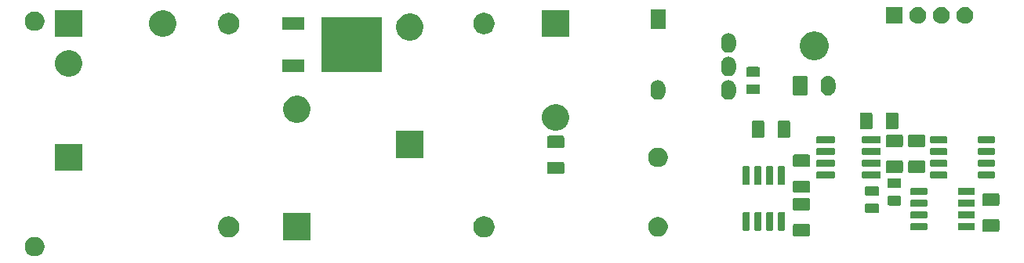
<source format=gbr>
G04 #@! TF.GenerationSoftware,KiCad,Pcbnew,(5.1.5)-3*
G04 #@! TF.CreationDate,2020-07-16T16:27:48-04:00*
G04 #@! TF.ProjectId,AIL_TSAL,41494c5f-5453-4414-9c2e-6b696361645f,rev?*
G04 #@! TF.SameCoordinates,Original*
G04 #@! TF.FileFunction,Soldermask,Top*
G04 #@! TF.FilePolarity,Negative*
%FSLAX46Y46*%
G04 Gerber Fmt 4.6, Leading zero omitted, Abs format (unit mm)*
G04 Created by KiCad (PCBNEW (5.1.5)-3) date 2020-07-16 16:27:48*
%MOMM*%
%LPD*%
G04 APERTURE LIST*
%ADD10C,0.100000*%
G04 APERTURE END LIST*
D10*
G36*
X81586564Y-113289389D02*
G01*
X81777833Y-113368615D01*
X81777835Y-113368616D01*
X81949973Y-113483635D01*
X82096365Y-113630027D01*
X82211385Y-113802167D01*
X82290611Y-113993436D01*
X82331000Y-114196484D01*
X82331000Y-114403516D01*
X82290611Y-114606564D01*
X82211385Y-114797833D01*
X82211384Y-114797835D01*
X82096365Y-114969973D01*
X81949973Y-115116365D01*
X81777835Y-115231384D01*
X81777834Y-115231385D01*
X81777833Y-115231385D01*
X81586564Y-115310611D01*
X81383516Y-115351000D01*
X81176484Y-115351000D01*
X80973436Y-115310611D01*
X80782167Y-115231385D01*
X80782166Y-115231385D01*
X80782165Y-115231384D01*
X80610027Y-115116365D01*
X80463635Y-114969973D01*
X80348616Y-114797835D01*
X80348615Y-114797833D01*
X80269389Y-114606564D01*
X80229000Y-114403516D01*
X80229000Y-114196484D01*
X80269389Y-113993436D01*
X80348615Y-113802167D01*
X80463635Y-113630027D01*
X80610027Y-113483635D01*
X80782165Y-113368616D01*
X80782167Y-113368615D01*
X80973436Y-113289389D01*
X81176484Y-113249000D01*
X81383516Y-113249000D01*
X81586564Y-113289389D01*
G37*
G36*
X111052000Y-113592000D02*
G01*
X108150000Y-113592000D01*
X108150000Y-110690000D01*
X111052000Y-110690000D01*
X111052000Y-113592000D01*
G37*
G36*
X130018549Y-111041116D02*
G01*
X130129734Y-111063232D01*
X130211257Y-111097000D01*
X130324733Y-111144003D01*
X130339203Y-111149997D01*
X130527720Y-111275960D01*
X130688040Y-111436280D01*
X130814003Y-111624797D01*
X130900768Y-111834266D01*
X130920049Y-111931198D01*
X130935604Y-112009396D01*
X130945000Y-112056636D01*
X130945000Y-112283364D01*
X130900768Y-112505734D01*
X130814003Y-112715203D01*
X130688040Y-112903720D01*
X130527720Y-113064040D01*
X130339203Y-113190003D01*
X130339202Y-113190004D01*
X130339201Y-113190004D01*
X130315906Y-113199653D01*
X130129734Y-113276768D01*
X130018549Y-113298884D01*
X129907365Y-113321000D01*
X129680635Y-113321000D01*
X129569451Y-113298884D01*
X129458266Y-113276768D01*
X129272094Y-113199653D01*
X129248799Y-113190004D01*
X129248798Y-113190004D01*
X129248797Y-113190003D01*
X129060280Y-113064040D01*
X128899960Y-112903720D01*
X128773997Y-112715203D01*
X128687232Y-112505734D01*
X128643000Y-112283364D01*
X128643000Y-112056636D01*
X128652397Y-112009396D01*
X128667951Y-111931198D01*
X128687232Y-111834266D01*
X128773997Y-111624797D01*
X128899960Y-111436280D01*
X129060280Y-111275960D01*
X129248797Y-111149997D01*
X129263268Y-111144003D01*
X129376743Y-111097000D01*
X129458266Y-111063232D01*
X129569451Y-111041116D01*
X129680635Y-111019000D01*
X129907365Y-111019000D01*
X130018549Y-111041116D01*
G37*
G36*
X102459549Y-111041116D02*
G01*
X102570734Y-111063232D01*
X102652257Y-111097000D01*
X102765733Y-111144003D01*
X102780203Y-111149997D01*
X102968720Y-111275960D01*
X103129040Y-111436280D01*
X103255003Y-111624797D01*
X103341768Y-111834266D01*
X103361049Y-111931198D01*
X103376604Y-112009396D01*
X103386000Y-112056636D01*
X103386000Y-112283364D01*
X103341768Y-112505734D01*
X103255003Y-112715203D01*
X103129040Y-112903720D01*
X102968720Y-113064040D01*
X102780203Y-113190003D01*
X102780202Y-113190004D01*
X102780201Y-113190004D01*
X102756906Y-113199653D01*
X102570734Y-113276768D01*
X102459549Y-113298884D01*
X102348365Y-113321000D01*
X102121635Y-113321000D01*
X102010451Y-113298884D01*
X101899266Y-113276768D01*
X101713094Y-113199653D01*
X101689799Y-113190004D01*
X101689798Y-113190004D01*
X101689797Y-113190003D01*
X101501280Y-113064040D01*
X101340960Y-112903720D01*
X101214997Y-112715203D01*
X101128232Y-112505734D01*
X101084000Y-112283364D01*
X101084000Y-112056636D01*
X101093397Y-112009396D01*
X101108951Y-111931198D01*
X101128232Y-111834266D01*
X101214997Y-111624797D01*
X101340960Y-111436280D01*
X101501280Y-111275960D01*
X101689797Y-111149997D01*
X101704268Y-111144003D01*
X101817743Y-111097000D01*
X101899266Y-111063232D01*
X102010451Y-111041116D01*
X102121635Y-111019000D01*
X102348365Y-111019000D01*
X102459549Y-111041116D01*
G37*
G36*
X164852604Y-111856347D02*
G01*
X164889144Y-111867432D01*
X164922821Y-111885433D01*
X164952341Y-111909659D01*
X164976567Y-111939179D01*
X164994568Y-111972856D01*
X165005653Y-112009396D01*
X165010000Y-112053538D01*
X165010000Y-113002462D01*
X165005653Y-113046604D01*
X164994568Y-113083144D01*
X164976567Y-113116821D01*
X164952341Y-113146341D01*
X164922821Y-113170567D01*
X164889144Y-113188568D01*
X164852604Y-113199653D01*
X164808462Y-113204000D01*
X163359538Y-113204000D01*
X163315396Y-113199653D01*
X163278856Y-113188568D01*
X163245179Y-113170567D01*
X163215659Y-113146341D01*
X163191433Y-113116821D01*
X163173432Y-113083144D01*
X163162347Y-113046604D01*
X163158000Y-113002462D01*
X163158000Y-112053538D01*
X163162347Y-112009396D01*
X163173432Y-111972856D01*
X163191433Y-111939179D01*
X163215659Y-111909659D01*
X163245179Y-111885433D01*
X163278856Y-111867432D01*
X163315396Y-111856347D01*
X163359538Y-111852000D01*
X164808462Y-111852000D01*
X164852604Y-111856347D01*
G37*
G36*
X148896564Y-111137389D02*
G01*
X149078719Y-111212840D01*
X149087835Y-111216616D01*
X149259973Y-111331635D01*
X149406365Y-111478027D01*
X149504434Y-111624797D01*
X149521385Y-111650167D01*
X149600611Y-111841436D01*
X149641000Y-112044484D01*
X149641000Y-112251516D01*
X149600611Y-112454564D01*
X149525731Y-112635341D01*
X149521384Y-112645835D01*
X149406365Y-112817973D01*
X149259973Y-112964365D01*
X149087835Y-113079384D01*
X149087834Y-113079385D01*
X149087833Y-113079385D01*
X148896564Y-113158611D01*
X148693516Y-113199000D01*
X148486484Y-113199000D01*
X148283436Y-113158611D01*
X148092167Y-113079385D01*
X148092166Y-113079385D01*
X148092165Y-113079384D01*
X147920027Y-112964365D01*
X147773635Y-112817973D01*
X147658616Y-112645835D01*
X147654269Y-112635341D01*
X147579389Y-112454564D01*
X147539000Y-112251516D01*
X147539000Y-112044484D01*
X147579389Y-111841436D01*
X147658615Y-111650167D01*
X147675567Y-111624797D01*
X147773635Y-111478027D01*
X147920027Y-111331635D01*
X148092165Y-111216616D01*
X148101281Y-111212840D01*
X148283436Y-111137389D01*
X148486484Y-111097000D01*
X148693516Y-111097000D01*
X148896564Y-111137389D01*
G37*
G36*
X185299604Y-111345347D02*
G01*
X185336144Y-111356432D01*
X185369821Y-111374433D01*
X185399341Y-111398659D01*
X185423567Y-111428179D01*
X185441568Y-111461856D01*
X185452653Y-111498396D01*
X185457000Y-111542538D01*
X185457000Y-112491462D01*
X185452653Y-112535604D01*
X185441568Y-112572144D01*
X185423567Y-112605821D01*
X185399341Y-112635341D01*
X185369821Y-112659567D01*
X185336144Y-112677568D01*
X185299604Y-112688653D01*
X185255462Y-112693000D01*
X183806538Y-112693000D01*
X183762396Y-112688653D01*
X183725856Y-112677568D01*
X183692179Y-112659567D01*
X183662659Y-112635341D01*
X183638433Y-112605821D01*
X183620432Y-112572144D01*
X183609347Y-112535604D01*
X183605000Y-112491462D01*
X183605000Y-111542538D01*
X183609347Y-111498396D01*
X183620432Y-111461856D01*
X183638433Y-111428179D01*
X183662659Y-111398659D01*
X183692179Y-111374433D01*
X183725856Y-111356432D01*
X183762396Y-111345347D01*
X183806538Y-111341000D01*
X185255462Y-111341000D01*
X185299604Y-111345347D01*
G37*
G36*
X158374928Y-110544764D02*
G01*
X158396009Y-110551160D01*
X158415445Y-110561548D01*
X158432476Y-110575524D01*
X158446452Y-110592555D01*
X158456840Y-110611991D01*
X158463236Y-110633072D01*
X158466000Y-110661140D01*
X158466000Y-112474860D01*
X158463236Y-112502928D01*
X158456840Y-112524009D01*
X158446452Y-112543445D01*
X158432476Y-112560476D01*
X158415445Y-112574452D01*
X158396009Y-112584840D01*
X158374928Y-112591236D01*
X158346860Y-112594000D01*
X157883140Y-112594000D01*
X157855072Y-112591236D01*
X157833991Y-112584840D01*
X157814555Y-112574452D01*
X157797524Y-112560476D01*
X157783548Y-112543445D01*
X157773160Y-112524009D01*
X157766764Y-112502928D01*
X157764000Y-112474860D01*
X157764000Y-110661140D01*
X157766764Y-110633072D01*
X157773160Y-110611991D01*
X157783548Y-110592555D01*
X157797524Y-110575524D01*
X157814555Y-110561548D01*
X157833991Y-110551160D01*
X157855072Y-110544764D01*
X157883140Y-110542000D01*
X158346860Y-110542000D01*
X158374928Y-110544764D01*
G37*
G36*
X159644928Y-110544764D02*
G01*
X159666009Y-110551160D01*
X159685445Y-110561548D01*
X159702476Y-110575524D01*
X159716452Y-110592555D01*
X159726840Y-110611991D01*
X159733236Y-110633072D01*
X159736000Y-110661140D01*
X159736000Y-112474860D01*
X159733236Y-112502928D01*
X159726840Y-112524009D01*
X159716452Y-112543445D01*
X159702476Y-112560476D01*
X159685445Y-112574452D01*
X159666009Y-112584840D01*
X159644928Y-112591236D01*
X159616860Y-112594000D01*
X159153140Y-112594000D01*
X159125072Y-112591236D01*
X159103991Y-112584840D01*
X159084555Y-112574452D01*
X159067524Y-112560476D01*
X159053548Y-112543445D01*
X159043160Y-112524009D01*
X159036764Y-112502928D01*
X159034000Y-112474860D01*
X159034000Y-110661140D01*
X159036764Y-110633072D01*
X159043160Y-110611991D01*
X159053548Y-110592555D01*
X159067524Y-110575524D01*
X159084555Y-110561548D01*
X159103991Y-110551160D01*
X159125072Y-110544764D01*
X159153140Y-110542000D01*
X159616860Y-110542000D01*
X159644928Y-110544764D01*
G37*
G36*
X160914928Y-110544764D02*
G01*
X160936009Y-110551160D01*
X160955445Y-110561548D01*
X160972476Y-110575524D01*
X160986452Y-110592555D01*
X160996840Y-110611991D01*
X161003236Y-110633072D01*
X161006000Y-110661140D01*
X161006000Y-112474860D01*
X161003236Y-112502928D01*
X160996840Y-112524009D01*
X160986452Y-112543445D01*
X160972476Y-112560476D01*
X160955445Y-112574452D01*
X160936009Y-112584840D01*
X160914928Y-112591236D01*
X160886860Y-112594000D01*
X160423140Y-112594000D01*
X160395072Y-112591236D01*
X160373991Y-112584840D01*
X160354555Y-112574452D01*
X160337524Y-112560476D01*
X160323548Y-112543445D01*
X160313160Y-112524009D01*
X160306764Y-112502928D01*
X160304000Y-112474860D01*
X160304000Y-110661140D01*
X160306764Y-110633072D01*
X160313160Y-110611991D01*
X160323548Y-110592555D01*
X160337524Y-110575524D01*
X160354555Y-110561548D01*
X160373991Y-110551160D01*
X160395072Y-110544764D01*
X160423140Y-110542000D01*
X160886860Y-110542000D01*
X160914928Y-110544764D01*
G37*
G36*
X162184928Y-110544764D02*
G01*
X162206009Y-110551160D01*
X162225445Y-110561548D01*
X162242476Y-110575524D01*
X162256452Y-110592555D01*
X162266840Y-110611991D01*
X162273236Y-110633072D01*
X162276000Y-110661140D01*
X162276000Y-112474860D01*
X162273236Y-112502928D01*
X162266840Y-112524009D01*
X162256452Y-112543445D01*
X162242476Y-112560476D01*
X162225445Y-112574452D01*
X162206009Y-112584840D01*
X162184928Y-112591236D01*
X162156860Y-112594000D01*
X161693140Y-112594000D01*
X161665072Y-112591236D01*
X161643991Y-112584840D01*
X161624555Y-112574452D01*
X161607524Y-112560476D01*
X161593548Y-112543445D01*
X161583160Y-112524009D01*
X161576764Y-112502928D01*
X161574000Y-112474860D01*
X161574000Y-110661140D01*
X161576764Y-110633072D01*
X161583160Y-110611991D01*
X161593548Y-110592555D01*
X161607524Y-110575524D01*
X161624555Y-110561548D01*
X161643991Y-110551160D01*
X161665072Y-110544764D01*
X161693140Y-110542000D01*
X162156860Y-110542000D01*
X162184928Y-110544764D01*
G37*
G36*
X182733928Y-111792764D02*
G01*
X182755009Y-111799160D01*
X182774445Y-111809548D01*
X182791476Y-111823524D01*
X182805452Y-111840555D01*
X182815840Y-111859991D01*
X182822236Y-111881072D01*
X182825000Y-111909140D01*
X182825000Y-112372860D01*
X182822236Y-112400928D01*
X182815840Y-112422009D01*
X182805452Y-112441445D01*
X182791476Y-112458476D01*
X182774445Y-112472452D01*
X182755009Y-112482840D01*
X182733928Y-112489236D01*
X182705860Y-112492000D01*
X181092140Y-112492000D01*
X181064072Y-112489236D01*
X181042991Y-112482840D01*
X181023555Y-112472452D01*
X181006524Y-112458476D01*
X180992548Y-112441445D01*
X180982160Y-112422009D01*
X180975764Y-112400928D01*
X180973000Y-112372860D01*
X180973000Y-111909140D01*
X180975764Y-111881072D01*
X180982160Y-111859991D01*
X180992548Y-111840555D01*
X181006524Y-111823524D01*
X181023555Y-111809548D01*
X181042991Y-111799160D01*
X181064072Y-111792764D01*
X181092140Y-111790000D01*
X182705860Y-111790000D01*
X182733928Y-111792764D01*
G37*
G36*
X177583928Y-111792764D02*
G01*
X177605009Y-111799160D01*
X177624445Y-111809548D01*
X177641476Y-111823524D01*
X177655452Y-111840555D01*
X177665840Y-111859991D01*
X177672236Y-111881072D01*
X177675000Y-111909140D01*
X177675000Y-112372860D01*
X177672236Y-112400928D01*
X177665840Y-112422009D01*
X177655452Y-112441445D01*
X177641476Y-112458476D01*
X177624445Y-112472452D01*
X177605009Y-112482840D01*
X177583928Y-112489236D01*
X177555860Y-112492000D01*
X175942140Y-112492000D01*
X175914072Y-112489236D01*
X175892991Y-112482840D01*
X175873555Y-112472452D01*
X175856524Y-112458476D01*
X175842548Y-112441445D01*
X175832160Y-112422009D01*
X175825764Y-112400928D01*
X175823000Y-112372860D01*
X175823000Y-111909140D01*
X175825764Y-111881072D01*
X175832160Y-111859991D01*
X175842548Y-111840555D01*
X175856524Y-111823524D01*
X175873555Y-111809548D01*
X175892991Y-111799160D01*
X175914072Y-111792764D01*
X175942140Y-111790000D01*
X177555860Y-111790000D01*
X177583928Y-111792764D01*
G37*
G36*
X177583928Y-110522764D02*
G01*
X177605009Y-110529160D01*
X177624445Y-110539548D01*
X177641476Y-110553524D01*
X177655452Y-110570555D01*
X177665840Y-110589991D01*
X177672236Y-110611072D01*
X177675000Y-110639140D01*
X177675000Y-111102860D01*
X177672236Y-111130928D01*
X177665840Y-111152009D01*
X177655452Y-111171445D01*
X177641476Y-111188476D01*
X177624445Y-111202452D01*
X177605009Y-111212840D01*
X177583928Y-111219236D01*
X177555860Y-111222000D01*
X175942140Y-111222000D01*
X175914072Y-111219236D01*
X175892991Y-111212840D01*
X175873555Y-111202452D01*
X175856524Y-111188476D01*
X175842548Y-111171445D01*
X175832160Y-111152009D01*
X175825764Y-111130928D01*
X175823000Y-111102860D01*
X175823000Y-110639140D01*
X175825764Y-110611072D01*
X175832160Y-110589991D01*
X175842548Y-110570555D01*
X175856524Y-110553524D01*
X175873555Y-110539548D01*
X175892991Y-110529160D01*
X175914072Y-110522764D01*
X175942140Y-110520000D01*
X177555860Y-110520000D01*
X177583928Y-110522764D01*
G37*
G36*
X182733928Y-110522764D02*
G01*
X182755009Y-110529160D01*
X182774445Y-110539548D01*
X182791476Y-110553524D01*
X182805452Y-110570555D01*
X182815840Y-110589991D01*
X182822236Y-110611072D01*
X182825000Y-110639140D01*
X182825000Y-111102860D01*
X182822236Y-111130928D01*
X182815840Y-111152009D01*
X182805452Y-111171445D01*
X182791476Y-111188476D01*
X182774445Y-111202452D01*
X182755009Y-111212840D01*
X182733928Y-111219236D01*
X182705860Y-111222000D01*
X181092140Y-111222000D01*
X181064072Y-111219236D01*
X181042991Y-111212840D01*
X181023555Y-111202452D01*
X181006524Y-111188476D01*
X180992548Y-111171445D01*
X180982160Y-111152009D01*
X180975764Y-111130928D01*
X180973000Y-111102860D01*
X180973000Y-110639140D01*
X180975764Y-110611072D01*
X180982160Y-110589991D01*
X180992548Y-110570555D01*
X181006524Y-110553524D01*
X181023555Y-110539548D01*
X181042991Y-110529160D01*
X181064072Y-110522764D01*
X181092140Y-110520000D01*
X182705860Y-110520000D01*
X182733928Y-110522764D01*
G37*
G36*
X172288468Y-109623565D02*
G01*
X172327138Y-109635296D01*
X172362777Y-109654346D01*
X172394017Y-109679983D01*
X172419654Y-109711223D01*
X172438704Y-109746862D01*
X172450435Y-109785532D01*
X172455000Y-109831888D01*
X172455000Y-110483112D01*
X172450435Y-110529468D01*
X172438704Y-110568138D01*
X172419654Y-110603777D01*
X172394017Y-110635017D01*
X172362777Y-110660654D01*
X172327138Y-110679704D01*
X172288468Y-110691435D01*
X172242112Y-110696000D01*
X171165888Y-110696000D01*
X171119532Y-110691435D01*
X171080862Y-110679704D01*
X171045223Y-110660654D01*
X171013983Y-110635017D01*
X170988346Y-110603777D01*
X170969296Y-110568138D01*
X170957565Y-110529468D01*
X170953000Y-110483112D01*
X170953000Y-109831888D01*
X170957565Y-109785532D01*
X170969296Y-109746862D01*
X170988346Y-109711223D01*
X171013983Y-109679983D01*
X171045223Y-109654346D01*
X171080862Y-109635296D01*
X171119532Y-109623565D01*
X171165888Y-109619000D01*
X172242112Y-109619000D01*
X172288468Y-109623565D01*
G37*
G36*
X164852604Y-109056347D02*
G01*
X164889144Y-109067432D01*
X164922821Y-109085433D01*
X164952341Y-109109659D01*
X164976567Y-109139179D01*
X164994568Y-109172856D01*
X165005653Y-109209396D01*
X165010000Y-109253538D01*
X165010000Y-110202462D01*
X165005653Y-110246604D01*
X164994568Y-110283144D01*
X164976567Y-110316821D01*
X164952341Y-110346341D01*
X164922821Y-110370567D01*
X164889144Y-110388568D01*
X164852604Y-110399653D01*
X164808462Y-110404000D01*
X163359538Y-110404000D01*
X163315396Y-110399653D01*
X163278856Y-110388568D01*
X163245179Y-110370567D01*
X163215659Y-110346341D01*
X163191433Y-110316821D01*
X163173432Y-110283144D01*
X163162347Y-110246604D01*
X163158000Y-110202462D01*
X163158000Y-109253538D01*
X163162347Y-109209396D01*
X163173432Y-109172856D01*
X163191433Y-109139179D01*
X163215659Y-109109659D01*
X163245179Y-109085433D01*
X163278856Y-109067432D01*
X163315396Y-109056347D01*
X163359538Y-109052000D01*
X164808462Y-109052000D01*
X164852604Y-109056347D01*
G37*
G36*
X177583928Y-109252764D02*
G01*
X177605009Y-109259160D01*
X177624445Y-109269548D01*
X177641476Y-109283524D01*
X177655452Y-109300555D01*
X177665840Y-109319991D01*
X177672236Y-109341072D01*
X177675000Y-109369140D01*
X177675000Y-109832860D01*
X177672236Y-109860928D01*
X177665840Y-109882009D01*
X177655452Y-109901445D01*
X177641476Y-109918476D01*
X177624445Y-109932452D01*
X177605009Y-109942840D01*
X177583928Y-109949236D01*
X177555860Y-109952000D01*
X175942140Y-109952000D01*
X175914072Y-109949236D01*
X175892991Y-109942840D01*
X175873555Y-109932452D01*
X175856524Y-109918476D01*
X175842548Y-109901445D01*
X175832160Y-109882009D01*
X175825764Y-109860928D01*
X175823000Y-109832860D01*
X175823000Y-109369140D01*
X175825764Y-109341072D01*
X175832160Y-109319991D01*
X175842548Y-109300555D01*
X175856524Y-109283524D01*
X175873555Y-109269548D01*
X175892991Y-109259160D01*
X175914072Y-109252764D01*
X175942140Y-109250000D01*
X177555860Y-109250000D01*
X177583928Y-109252764D01*
G37*
G36*
X182733928Y-109252764D02*
G01*
X182755009Y-109259160D01*
X182774445Y-109269548D01*
X182791476Y-109283524D01*
X182805452Y-109300555D01*
X182815840Y-109319991D01*
X182822236Y-109341072D01*
X182825000Y-109369140D01*
X182825000Y-109832860D01*
X182822236Y-109860928D01*
X182815840Y-109882009D01*
X182805452Y-109901445D01*
X182791476Y-109918476D01*
X182774445Y-109932452D01*
X182755009Y-109942840D01*
X182733928Y-109949236D01*
X182705860Y-109952000D01*
X181092140Y-109952000D01*
X181064072Y-109949236D01*
X181042991Y-109942840D01*
X181023555Y-109932452D01*
X181006524Y-109918476D01*
X180992548Y-109901445D01*
X180982160Y-109882009D01*
X180975764Y-109860928D01*
X180973000Y-109832860D01*
X180973000Y-109369140D01*
X180975764Y-109341072D01*
X180982160Y-109319991D01*
X180992548Y-109300555D01*
X181006524Y-109283524D01*
X181023555Y-109269548D01*
X181042991Y-109259160D01*
X181064072Y-109252764D01*
X181092140Y-109250000D01*
X182705860Y-109250000D01*
X182733928Y-109252764D01*
G37*
G36*
X185299604Y-108545347D02*
G01*
X185336144Y-108556432D01*
X185369821Y-108574433D01*
X185399341Y-108598659D01*
X185423567Y-108628179D01*
X185441568Y-108661856D01*
X185452653Y-108698396D01*
X185457000Y-108742538D01*
X185457000Y-109691462D01*
X185452653Y-109735604D01*
X185441568Y-109772144D01*
X185423567Y-109805821D01*
X185399341Y-109835341D01*
X185369821Y-109859567D01*
X185336144Y-109877568D01*
X185299604Y-109888653D01*
X185255462Y-109893000D01*
X183806538Y-109893000D01*
X183762396Y-109888653D01*
X183725856Y-109877568D01*
X183692179Y-109859567D01*
X183662659Y-109835341D01*
X183638433Y-109805821D01*
X183620432Y-109772144D01*
X183609347Y-109735604D01*
X183605000Y-109691462D01*
X183605000Y-108742538D01*
X183609347Y-108698396D01*
X183620432Y-108661856D01*
X183638433Y-108628179D01*
X183662659Y-108598659D01*
X183692179Y-108574433D01*
X183725856Y-108556432D01*
X183762396Y-108545347D01*
X183806538Y-108541000D01*
X185255462Y-108541000D01*
X185299604Y-108545347D01*
G37*
G36*
X174701468Y-108783065D02*
G01*
X174740138Y-108794796D01*
X174775777Y-108813846D01*
X174807017Y-108839483D01*
X174832654Y-108870723D01*
X174851704Y-108906362D01*
X174863435Y-108945032D01*
X174868000Y-108991388D01*
X174868000Y-109642612D01*
X174863435Y-109688968D01*
X174851704Y-109727638D01*
X174832654Y-109763277D01*
X174807017Y-109794517D01*
X174775777Y-109820154D01*
X174740138Y-109839204D01*
X174701468Y-109850935D01*
X174655112Y-109855500D01*
X173578888Y-109855500D01*
X173532532Y-109850935D01*
X173493862Y-109839204D01*
X173458223Y-109820154D01*
X173426983Y-109794517D01*
X173401346Y-109763277D01*
X173382296Y-109727638D01*
X173370565Y-109688968D01*
X173366000Y-109642612D01*
X173366000Y-108991388D01*
X173370565Y-108945032D01*
X173382296Y-108906362D01*
X173401346Y-108870723D01*
X173426983Y-108839483D01*
X173458223Y-108813846D01*
X173493862Y-108794796D01*
X173532532Y-108783065D01*
X173578888Y-108778500D01*
X174655112Y-108778500D01*
X174701468Y-108783065D01*
G37*
G36*
X172288468Y-107748565D02*
G01*
X172327138Y-107760296D01*
X172362777Y-107779346D01*
X172394017Y-107804983D01*
X172419654Y-107836223D01*
X172438704Y-107871862D01*
X172450435Y-107910532D01*
X172455000Y-107956888D01*
X172455000Y-108608112D01*
X172450435Y-108654468D01*
X172438704Y-108693138D01*
X172419654Y-108728777D01*
X172394017Y-108760017D01*
X172362777Y-108785654D01*
X172327138Y-108804704D01*
X172288468Y-108816435D01*
X172242112Y-108821000D01*
X171165888Y-108821000D01*
X171119532Y-108816435D01*
X171080862Y-108804704D01*
X171045223Y-108785654D01*
X171013983Y-108760017D01*
X170988346Y-108728777D01*
X170969296Y-108693138D01*
X170957565Y-108654468D01*
X170953000Y-108608112D01*
X170953000Y-107956888D01*
X170957565Y-107910532D01*
X170969296Y-107871862D01*
X170988346Y-107836223D01*
X171013983Y-107804983D01*
X171045223Y-107779346D01*
X171080862Y-107760296D01*
X171119532Y-107748565D01*
X171165888Y-107744000D01*
X172242112Y-107744000D01*
X172288468Y-107748565D01*
G37*
G36*
X182733928Y-107982764D02*
G01*
X182755009Y-107989160D01*
X182774445Y-107999548D01*
X182791476Y-108013524D01*
X182805452Y-108030555D01*
X182815840Y-108049991D01*
X182822236Y-108071072D01*
X182825000Y-108099140D01*
X182825000Y-108562860D01*
X182822236Y-108590928D01*
X182815840Y-108612009D01*
X182805452Y-108631445D01*
X182791476Y-108648476D01*
X182774445Y-108662452D01*
X182755009Y-108672840D01*
X182733928Y-108679236D01*
X182705860Y-108682000D01*
X181092140Y-108682000D01*
X181064072Y-108679236D01*
X181042991Y-108672840D01*
X181023555Y-108662452D01*
X181006524Y-108648476D01*
X180992548Y-108631445D01*
X180982160Y-108612009D01*
X180975764Y-108590928D01*
X180973000Y-108562860D01*
X180973000Y-108099140D01*
X180975764Y-108071072D01*
X180982160Y-108049991D01*
X180992548Y-108030555D01*
X181006524Y-108013524D01*
X181023555Y-107999548D01*
X181042991Y-107989160D01*
X181064072Y-107982764D01*
X181092140Y-107980000D01*
X182705860Y-107980000D01*
X182733928Y-107982764D01*
G37*
G36*
X177583928Y-107982764D02*
G01*
X177605009Y-107989160D01*
X177624445Y-107999548D01*
X177641476Y-108013524D01*
X177655452Y-108030555D01*
X177665840Y-108049991D01*
X177672236Y-108071072D01*
X177675000Y-108099140D01*
X177675000Y-108562860D01*
X177672236Y-108590928D01*
X177665840Y-108612009D01*
X177655452Y-108631445D01*
X177641476Y-108648476D01*
X177624445Y-108662452D01*
X177605009Y-108672840D01*
X177583928Y-108679236D01*
X177555860Y-108682000D01*
X175942140Y-108682000D01*
X175914072Y-108679236D01*
X175892991Y-108672840D01*
X175873555Y-108662452D01*
X175856524Y-108648476D01*
X175842548Y-108631445D01*
X175832160Y-108612009D01*
X175825764Y-108590928D01*
X175823000Y-108562860D01*
X175823000Y-108099140D01*
X175825764Y-108071072D01*
X175832160Y-108049991D01*
X175842548Y-108030555D01*
X175856524Y-108013524D01*
X175873555Y-107999548D01*
X175892991Y-107989160D01*
X175914072Y-107982764D01*
X175942140Y-107980000D01*
X177555860Y-107980000D01*
X177583928Y-107982764D01*
G37*
G36*
X164852604Y-107151347D02*
G01*
X164889144Y-107162432D01*
X164922821Y-107180433D01*
X164952341Y-107204659D01*
X164976567Y-107234179D01*
X164994568Y-107267856D01*
X165005653Y-107304396D01*
X165010000Y-107348538D01*
X165010000Y-108297462D01*
X165005653Y-108341604D01*
X164994568Y-108378144D01*
X164976567Y-108411821D01*
X164952341Y-108441341D01*
X164922821Y-108465567D01*
X164889144Y-108483568D01*
X164852604Y-108494653D01*
X164808462Y-108499000D01*
X163359538Y-108499000D01*
X163315396Y-108494653D01*
X163278856Y-108483568D01*
X163245179Y-108465567D01*
X163215659Y-108441341D01*
X163191433Y-108411821D01*
X163173432Y-108378144D01*
X163162347Y-108341604D01*
X163158000Y-108297462D01*
X163158000Y-107348538D01*
X163162347Y-107304396D01*
X163173432Y-107267856D01*
X163191433Y-107234179D01*
X163215659Y-107204659D01*
X163245179Y-107180433D01*
X163278856Y-107162432D01*
X163315396Y-107151347D01*
X163359538Y-107147000D01*
X164808462Y-107147000D01*
X164852604Y-107151347D01*
G37*
G36*
X174701468Y-106908065D02*
G01*
X174740138Y-106919796D01*
X174775777Y-106938846D01*
X174807017Y-106964483D01*
X174832654Y-106995723D01*
X174851704Y-107031362D01*
X174863435Y-107070032D01*
X174868000Y-107116388D01*
X174868000Y-107767612D01*
X174863435Y-107813968D01*
X174851704Y-107852638D01*
X174832654Y-107888277D01*
X174807017Y-107919517D01*
X174775777Y-107945154D01*
X174740138Y-107964204D01*
X174701468Y-107975935D01*
X174655112Y-107980500D01*
X173578888Y-107980500D01*
X173532532Y-107975935D01*
X173493862Y-107964204D01*
X173458223Y-107945154D01*
X173426983Y-107919517D01*
X173401346Y-107888277D01*
X173382296Y-107852638D01*
X173370565Y-107813968D01*
X173366000Y-107767612D01*
X173366000Y-107116388D01*
X173370565Y-107070032D01*
X173382296Y-107031362D01*
X173401346Y-106995723D01*
X173426983Y-106964483D01*
X173458223Y-106938846D01*
X173493862Y-106919796D01*
X173532532Y-106908065D01*
X173578888Y-106903500D01*
X174655112Y-106903500D01*
X174701468Y-106908065D01*
G37*
G36*
X159644928Y-105594764D02*
G01*
X159666009Y-105601160D01*
X159685445Y-105611548D01*
X159702476Y-105625524D01*
X159716452Y-105642555D01*
X159726840Y-105661991D01*
X159733236Y-105683072D01*
X159736000Y-105711140D01*
X159736000Y-107524860D01*
X159733236Y-107552928D01*
X159726840Y-107574009D01*
X159716452Y-107593445D01*
X159702476Y-107610476D01*
X159685445Y-107624452D01*
X159666009Y-107634840D01*
X159644928Y-107641236D01*
X159616860Y-107644000D01*
X159153140Y-107644000D01*
X159125072Y-107641236D01*
X159103991Y-107634840D01*
X159084555Y-107624452D01*
X159067524Y-107610476D01*
X159053548Y-107593445D01*
X159043160Y-107574009D01*
X159036764Y-107552928D01*
X159034000Y-107524860D01*
X159034000Y-105711140D01*
X159036764Y-105683072D01*
X159043160Y-105661991D01*
X159053548Y-105642555D01*
X159067524Y-105625524D01*
X159084555Y-105611548D01*
X159103991Y-105601160D01*
X159125072Y-105594764D01*
X159153140Y-105592000D01*
X159616860Y-105592000D01*
X159644928Y-105594764D01*
G37*
G36*
X160914928Y-105594764D02*
G01*
X160936009Y-105601160D01*
X160955445Y-105611548D01*
X160972476Y-105625524D01*
X160986452Y-105642555D01*
X160996840Y-105661991D01*
X161003236Y-105683072D01*
X161006000Y-105711140D01*
X161006000Y-107524860D01*
X161003236Y-107552928D01*
X160996840Y-107574009D01*
X160986452Y-107593445D01*
X160972476Y-107610476D01*
X160955445Y-107624452D01*
X160936009Y-107634840D01*
X160914928Y-107641236D01*
X160886860Y-107644000D01*
X160423140Y-107644000D01*
X160395072Y-107641236D01*
X160373991Y-107634840D01*
X160354555Y-107624452D01*
X160337524Y-107610476D01*
X160323548Y-107593445D01*
X160313160Y-107574009D01*
X160306764Y-107552928D01*
X160304000Y-107524860D01*
X160304000Y-105711140D01*
X160306764Y-105683072D01*
X160313160Y-105661991D01*
X160323548Y-105642555D01*
X160337524Y-105625524D01*
X160354555Y-105611548D01*
X160373991Y-105601160D01*
X160395072Y-105594764D01*
X160423140Y-105592000D01*
X160886860Y-105592000D01*
X160914928Y-105594764D01*
G37*
G36*
X158374928Y-105594764D02*
G01*
X158396009Y-105601160D01*
X158415445Y-105611548D01*
X158432476Y-105625524D01*
X158446452Y-105642555D01*
X158456840Y-105661991D01*
X158463236Y-105683072D01*
X158466000Y-105711140D01*
X158466000Y-107524860D01*
X158463236Y-107552928D01*
X158456840Y-107574009D01*
X158446452Y-107593445D01*
X158432476Y-107610476D01*
X158415445Y-107624452D01*
X158396009Y-107634840D01*
X158374928Y-107641236D01*
X158346860Y-107644000D01*
X157883140Y-107644000D01*
X157855072Y-107641236D01*
X157833991Y-107634840D01*
X157814555Y-107624452D01*
X157797524Y-107610476D01*
X157783548Y-107593445D01*
X157773160Y-107574009D01*
X157766764Y-107552928D01*
X157764000Y-107524860D01*
X157764000Y-105711140D01*
X157766764Y-105683072D01*
X157773160Y-105661991D01*
X157783548Y-105642555D01*
X157797524Y-105625524D01*
X157814555Y-105611548D01*
X157833991Y-105601160D01*
X157855072Y-105594764D01*
X157883140Y-105592000D01*
X158346860Y-105592000D01*
X158374928Y-105594764D01*
G37*
G36*
X162184928Y-105594764D02*
G01*
X162206009Y-105601160D01*
X162225445Y-105611548D01*
X162242476Y-105625524D01*
X162256452Y-105642555D01*
X162266840Y-105661991D01*
X162273236Y-105683072D01*
X162276000Y-105711140D01*
X162276000Y-107524860D01*
X162273236Y-107552928D01*
X162266840Y-107574009D01*
X162256452Y-107593445D01*
X162242476Y-107610476D01*
X162225445Y-107624452D01*
X162206009Y-107634840D01*
X162184928Y-107641236D01*
X162156860Y-107644000D01*
X161693140Y-107644000D01*
X161665072Y-107641236D01*
X161643991Y-107634840D01*
X161624555Y-107624452D01*
X161607524Y-107610476D01*
X161593548Y-107593445D01*
X161583160Y-107574009D01*
X161576764Y-107552928D01*
X161574000Y-107524860D01*
X161574000Y-105711140D01*
X161576764Y-105683072D01*
X161583160Y-105661991D01*
X161593548Y-105642555D01*
X161607524Y-105625524D01*
X161624555Y-105611548D01*
X161643991Y-105601160D01*
X161665072Y-105594764D01*
X161693140Y-105592000D01*
X162156860Y-105592000D01*
X162184928Y-105594764D01*
G37*
G36*
X167623928Y-106204764D02*
G01*
X167645009Y-106211160D01*
X167664445Y-106221548D01*
X167681476Y-106235524D01*
X167695452Y-106252555D01*
X167705840Y-106271991D01*
X167712236Y-106293072D01*
X167715000Y-106321140D01*
X167715000Y-106784860D01*
X167712236Y-106812928D01*
X167705840Y-106834009D01*
X167695452Y-106853445D01*
X167681476Y-106870476D01*
X167664445Y-106884452D01*
X167645009Y-106894840D01*
X167623928Y-106901236D01*
X167595860Y-106904000D01*
X165782140Y-106904000D01*
X165754072Y-106901236D01*
X165732991Y-106894840D01*
X165713555Y-106884452D01*
X165696524Y-106870476D01*
X165682548Y-106853445D01*
X165672160Y-106834009D01*
X165665764Y-106812928D01*
X165663000Y-106784860D01*
X165663000Y-106321140D01*
X165665764Y-106293072D01*
X165672160Y-106271991D01*
X165682548Y-106252555D01*
X165696524Y-106235524D01*
X165713555Y-106221548D01*
X165732991Y-106211160D01*
X165754072Y-106204764D01*
X165782140Y-106202000D01*
X167595860Y-106202000D01*
X167623928Y-106204764D01*
G37*
G36*
X172573928Y-106204764D02*
G01*
X172595009Y-106211160D01*
X172614445Y-106221548D01*
X172631476Y-106235524D01*
X172645452Y-106252555D01*
X172655840Y-106271991D01*
X172662236Y-106293072D01*
X172665000Y-106321140D01*
X172665000Y-106784860D01*
X172662236Y-106812928D01*
X172655840Y-106834009D01*
X172645452Y-106853445D01*
X172631476Y-106870476D01*
X172614445Y-106884452D01*
X172595009Y-106894840D01*
X172573928Y-106901236D01*
X172545860Y-106904000D01*
X170732140Y-106904000D01*
X170704072Y-106901236D01*
X170682991Y-106894840D01*
X170663555Y-106884452D01*
X170646524Y-106870476D01*
X170632548Y-106853445D01*
X170622160Y-106834009D01*
X170615764Y-106812928D01*
X170613000Y-106784860D01*
X170613000Y-106321140D01*
X170615764Y-106293072D01*
X170622160Y-106271991D01*
X170632548Y-106252555D01*
X170646524Y-106235524D01*
X170663555Y-106221548D01*
X170682991Y-106211160D01*
X170704072Y-106204764D01*
X170732140Y-106202000D01*
X172545860Y-106202000D01*
X172573928Y-106204764D01*
G37*
G36*
X184892928Y-106204764D02*
G01*
X184914009Y-106211160D01*
X184933445Y-106221548D01*
X184950476Y-106235524D01*
X184964452Y-106252555D01*
X184974840Y-106271991D01*
X184981236Y-106293072D01*
X184984000Y-106321140D01*
X184984000Y-106784860D01*
X184981236Y-106812928D01*
X184974840Y-106834009D01*
X184964452Y-106853445D01*
X184950476Y-106870476D01*
X184933445Y-106884452D01*
X184914009Y-106894840D01*
X184892928Y-106901236D01*
X184864860Y-106904000D01*
X183251140Y-106904000D01*
X183223072Y-106901236D01*
X183201991Y-106894840D01*
X183182555Y-106884452D01*
X183165524Y-106870476D01*
X183151548Y-106853445D01*
X183141160Y-106834009D01*
X183134764Y-106812928D01*
X183132000Y-106784860D01*
X183132000Y-106321140D01*
X183134764Y-106293072D01*
X183141160Y-106271991D01*
X183151548Y-106252555D01*
X183165524Y-106235524D01*
X183182555Y-106221548D01*
X183201991Y-106211160D01*
X183223072Y-106204764D01*
X183251140Y-106202000D01*
X184864860Y-106202000D01*
X184892928Y-106204764D01*
G37*
G36*
X179742928Y-106204764D02*
G01*
X179764009Y-106211160D01*
X179783445Y-106221548D01*
X179800476Y-106235524D01*
X179814452Y-106252555D01*
X179824840Y-106271991D01*
X179831236Y-106293072D01*
X179834000Y-106321140D01*
X179834000Y-106784860D01*
X179831236Y-106812928D01*
X179824840Y-106834009D01*
X179814452Y-106853445D01*
X179800476Y-106870476D01*
X179783445Y-106884452D01*
X179764009Y-106894840D01*
X179742928Y-106901236D01*
X179714860Y-106904000D01*
X178101140Y-106904000D01*
X178073072Y-106901236D01*
X178051991Y-106894840D01*
X178032555Y-106884452D01*
X178015524Y-106870476D01*
X178001548Y-106853445D01*
X177991160Y-106834009D01*
X177984764Y-106812928D01*
X177982000Y-106784860D01*
X177982000Y-106321140D01*
X177984764Y-106293072D01*
X177991160Y-106271991D01*
X178001548Y-106252555D01*
X178015524Y-106235524D01*
X178032555Y-106221548D01*
X178051991Y-106211160D01*
X178073072Y-106204764D01*
X178101140Y-106202000D01*
X179714860Y-106202000D01*
X179742928Y-106204764D01*
G37*
G36*
X138309604Y-105119347D02*
G01*
X138346144Y-105130432D01*
X138379821Y-105148433D01*
X138409341Y-105172659D01*
X138433567Y-105202179D01*
X138451568Y-105235856D01*
X138462653Y-105272396D01*
X138467000Y-105316538D01*
X138467000Y-106265462D01*
X138462653Y-106309604D01*
X138451568Y-106346144D01*
X138433567Y-106379821D01*
X138409341Y-106409341D01*
X138379821Y-106433567D01*
X138346144Y-106451568D01*
X138309604Y-106462653D01*
X138265462Y-106467000D01*
X136816538Y-106467000D01*
X136772396Y-106462653D01*
X136735856Y-106451568D01*
X136702179Y-106433567D01*
X136672659Y-106409341D01*
X136648433Y-106379821D01*
X136630432Y-106346144D01*
X136619347Y-106309604D01*
X136615000Y-106265462D01*
X136615000Y-105316538D01*
X136619347Y-105272396D01*
X136630432Y-105235856D01*
X136648433Y-105202179D01*
X136672659Y-105172659D01*
X136702179Y-105148433D01*
X136735856Y-105130432D01*
X136772396Y-105119347D01*
X136816538Y-105115000D01*
X138265462Y-105115000D01*
X138309604Y-105119347D01*
G37*
G36*
X174885604Y-104998347D02*
G01*
X174922144Y-105009432D01*
X174955821Y-105027433D01*
X174985341Y-105051659D01*
X175009567Y-105081179D01*
X175027568Y-105114856D01*
X175038653Y-105151396D01*
X175043000Y-105195538D01*
X175043000Y-106144462D01*
X175038653Y-106188604D01*
X175027568Y-106225144D01*
X175009567Y-106258821D01*
X174985341Y-106288341D01*
X174955821Y-106312567D01*
X174922144Y-106330568D01*
X174885604Y-106341653D01*
X174841462Y-106346000D01*
X173392538Y-106346000D01*
X173348396Y-106341653D01*
X173311856Y-106330568D01*
X173278179Y-106312567D01*
X173248659Y-106288341D01*
X173224433Y-106258821D01*
X173206432Y-106225144D01*
X173195347Y-106188604D01*
X173191000Y-106144462D01*
X173191000Y-105195538D01*
X173195347Y-105151396D01*
X173206432Y-105114856D01*
X173224433Y-105081179D01*
X173248659Y-105051659D01*
X173278179Y-105027433D01*
X173311856Y-105009432D01*
X173348396Y-104998347D01*
X173392538Y-104994000D01*
X174841462Y-104994000D01*
X174885604Y-104998347D01*
G37*
G36*
X177298604Y-104998347D02*
G01*
X177335144Y-105009432D01*
X177368821Y-105027433D01*
X177398341Y-105051659D01*
X177422567Y-105081179D01*
X177440568Y-105114856D01*
X177451653Y-105151396D01*
X177456000Y-105195538D01*
X177456000Y-106144462D01*
X177451653Y-106188604D01*
X177440568Y-106225144D01*
X177422567Y-106258821D01*
X177398341Y-106288341D01*
X177368821Y-106312567D01*
X177335144Y-106330568D01*
X177298604Y-106341653D01*
X177254462Y-106346000D01*
X175805538Y-106346000D01*
X175761396Y-106341653D01*
X175724856Y-106330568D01*
X175691179Y-106312567D01*
X175661659Y-106288341D01*
X175637433Y-106258821D01*
X175619432Y-106225144D01*
X175608347Y-106188604D01*
X175604000Y-106144462D01*
X175604000Y-105195538D01*
X175608347Y-105151396D01*
X175619432Y-105114856D01*
X175637433Y-105081179D01*
X175661659Y-105051659D01*
X175691179Y-105027433D01*
X175724856Y-105009432D01*
X175761396Y-104998347D01*
X175805538Y-104994000D01*
X177254462Y-104994000D01*
X177298604Y-104998347D01*
G37*
G36*
X86414000Y-106099000D02*
G01*
X83512000Y-106099000D01*
X83512000Y-103197000D01*
X86414000Y-103197000D01*
X86414000Y-106099000D01*
G37*
G36*
X148896564Y-103637389D02*
G01*
X149087833Y-103716615D01*
X149087835Y-103716616D01*
X149110845Y-103731991D01*
X149259973Y-103831635D01*
X149406365Y-103978027D01*
X149521385Y-104150167D01*
X149600611Y-104341436D01*
X149641000Y-104544484D01*
X149641000Y-104751516D01*
X149600611Y-104954564D01*
X149521385Y-105145833D01*
X149521384Y-105145835D01*
X149406365Y-105317973D01*
X149259973Y-105464365D01*
X149087835Y-105579384D01*
X149087834Y-105579385D01*
X149087833Y-105579385D01*
X148896564Y-105658611D01*
X148693516Y-105699000D01*
X148486484Y-105699000D01*
X148283436Y-105658611D01*
X148092167Y-105579385D01*
X148092166Y-105579385D01*
X148092165Y-105579384D01*
X147920027Y-105464365D01*
X147773635Y-105317973D01*
X147658616Y-105145835D01*
X147658615Y-105145833D01*
X147579389Y-104954564D01*
X147539000Y-104751516D01*
X147539000Y-104544484D01*
X147579389Y-104341436D01*
X147658615Y-104150167D01*
X147773635Y-103978027D01*
X147920027Y-103831635D01*
X148069155Y-103731991D01*
X148092165Y-103716616D01*
X148092167Y-103716615D01*
X148283436Y-103637389D01*
X148486484Y-103597000D01*
X148693516Y-103597000D01*
X148896564Y-103637389D01*
G37*
G36*
X164852604Y-104351347D02*
G01*
X164889144Y-104362432D01*
X164922821Y-104380433D01*
X164952341Y-104404659D01*
X164976567Y-104434179D01*
X164994568Y-104467856D01*
X165005653Y-104504396D01*
X165010000Y-104548538D01*
X165010000Y-105497462D01*
X165005653Y-105541604D01*
X164994568Y-105578144D01*
X164976567Y-105611821D01*
X164952341Y-105641341D01*
X164922821Y-105665567D01*
X164889144Y-105683568D01*
X164852604Y-105694653D01*
X164808462Y-105699000D01*
X163359538Y-105699000D01*
X163315396Y-105694653D01*
X163278856Y-105683568D01*
X163245179Y-105665567D01*
X163215659Y-105641341D01*
X163191433Y-105611821D01*
X163173432Y-105578144D01*
X163162347Y-105541604D01*
X163158000Y-105497462D01*
X163158000Y-104548538D01*
X163162347Y-104504396D01*
X163173432Y-104467856D01*
X163191433Y-104434179D01*
X163215659Y-104404659D01*
X163245179Y-104380433D01*
X163278856Y-104362432D01*
X163315396Y-104351347D01*
X163359538Y-104347000D01*
X164808462Y-104347000D01*
X164852604Y-104351347D01*
G37*
G36*
X172573928Y-104934764D02*
G01*
X172595009Y-104941160D01*
X172614445Y-104951548D01*
X172631476Y-104965524D01*
X172645452Y-104982555D01*
X172655840Y-105001991D01*
X172662236Y-105023072D01*
X172665000Y-105051140D01*
X172665000Y-105514860D01*
X172662236Y-105542928D01*
X172655840Y-105564009D01*
X172645452Y-105583445D01*
X172631476Y-105600476D01*
X172614445Y-105614452D01*
X172595009Y-105624840D01*
X172573928Y-105631236D01*
X172545860Y-105634000D01*
X170732140Y-105634000D01*
X170704072Y-105631236D01*
X170682991Y-105624840D01*
X170663555Y-105614452D01*
X170646524Y-105600476D01*
X170632548Y-105583445D01*
X170622160Y-105564009D01*
X170615764Y-105542928D01*
X170613000Y-105514860D01*
X170613000Y-105051140D01*
X170615764Y-105023072D01*
X170622160Y-105001991D01*
X170632548Y-104982555D01*
X170646524Y-104965524D01*
X170663555Y-104951548D01*
X170682991Y-104941160D01*
X170704072Y-104934764D01*
X170732140Y-104932000D01*
X172545860Y-104932000D01*
X172573928Y-104934764D01*
G37*
G36*
X167623928Y-104934764D02*
G01*
X167645009Y-104941160D01*
X167664445Y-104951548D01*
X167681476Y-104965524D01*
X167695452Y-104982555D01*
X167705840Y-105001991D01*
X167712236Y-105023072D01*
X167715000Y-105051140D01*
X167715000Y-105514860D01*
X167712236Y-105542928D01*
X167705840Y-105564009D01*
X167695452Y-105583445D01*
X167681476Y-105600476D01*
X167664445Y-105614452D01*
X167645009Y-105624840D01*
X167623928Y-105631236D01*
X167595860Y-105634000D01*
X165782140Y-105634000D01*
X165754072Y-105631236D01*
X165732991Y-105624840D01*
X165713555Y-105614452D01*
X165696524Y-105600476D01*
X165682548Y-105583445D01*
X165672160Y-105564009D01*
X165665764Y-105542928D01*
X165663000Y-105514860D01*
X165663000Y-105051140D01*
X165665764Y-105023072D01*
X165672160Y-105001991D01*
X165682548Y-104982555D01*
X165696524Y-104965524D01*
X165713555Y-104951548D01*
X165732991Y-104941160D01*
X165754072Y-104934764D01*
X165782140Y-104932000D01*
X167595860Y-104932000D01*
X167623928Y-104934764D01*
G37*
G36*
X184892928Y-104934764D02*
G01*
X184914009Y-104941160D01*
X184933445Y-104951548D01*
X184950476Y-104965524D01*
X184964452Y-104982555D01*
X184974840Y-105001991D01*
X184981236Y-105023072D01*
X184984000Y-105051140D01*
X184984000Y-105514860D01*
X184981236Y-105542928D01*
X184974840Y-105564009D01*
X184964452Y-105583445D01*
X184950476Y-105600476D01*
X184933445Y-105614452D01*
X184914009Y-105624840D01*
X184892928Y-105631236D01*
X184864860Y-105634000D01*
X183251140Y-105634000D01*
X183223072Y-105631236D01*
X183201991Y-105624840D01*
X183182555Y-105614452D01*
X183165524Y-105600476D01*
X183151548Y-105583445D01*
X183141160Y-105564009D01*
X183134764Y-105542928D01*
X183132000Y-105514860D01*
X183132000Y-105051140D01*
X183134764Y-105023072D01*
X183141160Y-105001991D01*
X183151548Y-104982555D01*
X183165524Y-104965524D01*
X183182555Y-104951548D01*
X183201991Y-104941160D01*
X183223072Y-104934764D01*
X183251140Y-104932000D01*
X184864860Y-104932000D01*
X184892928Y-104934764D01*
G37*
G36*
X179742928Y-104934764D02*
G01*
X179764009Y-104941160D01*
X179783445Y-104951548D01*
X179800476Y-104965524D01*
X179814452Y-104982555D01*
X179824840Y-105001991D01*
X179831236Y-105023072D01*
X179834000Y-105051140D01*
X179834000Y-105514860D01*
X179831236Y-105542928D01*
X179824840Y-105564009D01*
X179814452Y-105583445D01*
X179800476Y-105600476D01*
X179783445Y-105614452D01*
X179764009Y-105624840D01*
X179742928Y-105631236D01*
X179714860Y-105634000D01*
X178101140Y-105634000D01*
X178073072Y-105631236D01*
X178051991Y-105624840D01*
X178032555Y-105614452D01*
X178015524Y-105600476D01*
X178001548Y-105583445D01*
X177991160Y-105564009D01*
X177984764Y-105542928D01*
X177982000Y-105514860D01*
X177982000Y-105051140D01*
X177984764Y-105023072D01*
X177991160Y-105001991D01*
X178001548Y-104982555D01*
X178015524Y-104965524D01*
X178032555Y-104951548D01*
X178051991Y-104941160D01*
X178073072Y-104934764D01*
X178101140Y-104932000D01*
X179714860Y-104932000D01*
X179742928Y-104934764D01*
G37*
G36*
X123244000Y-104702000D02*
G01*
X120342000Y-104702000D01*
X120342000Y-101800000D01*
X123244000Y-101800000D01*
X123244000Y-104702000D01*
G37*
G36*
X184892928Y-103664764D02*
G01*
X184914009Y-103671160D01*
X184933445Y-103681548D01*
X184950476Y-103695524D01*
X184964452Y-103712555D01*
X184974840Y-103731991D01*
X184981236Y-103753072D01*
X184984000Y-103781140D01*
X184984000Y-104244860D01*
X184981236Y-104272928D01*
X184974840Y-104294009D01*
X184964452Y-104313445D01*
X184950476Y-104330476D01*
X184933445Y-104344452D01*
X184914009Y-104354840D01*
X184892928Y-104361236D01*
X184864860Y-104364000D01*
X183251140Y-104364000D01*
X183223072Y-104361236D01*
X183201991Y-104354840D01*
X183182555Y-104344452D01*
X183165524Y-104330476D01*
X183151548Y-104313445D01*
X183141160Y-104294009D01*
X183134764Y-104272928D01*
X183132000Y-104244860D01*
X183132000Y-103781140D01*
X183134764Y-103753072D01*
X183141160Y-103731991D01*
X183151548Y-103712555D01*
X183165524Y-103695524D01*
X183182555Y-103681548D01*
X183201991Y-103671160D01*
X183223072Y-103664764D01*
X183251140Y-103662000D01*
X184864860Y-103662000D01*
X184892928Y-103664764D01*
G37*
G36*
X179742928Y-103664764D02*
G01*
X179764009Y-103671160D01*
X179783445Y-103681548D01*
X179800476Y-103695524D01*
X179814452Y-103712555D01*
X179824840Y-103731991D01*
X179831236Y-103753072D01*
X179834000Y-103781140D01*
X179834000Y-104244860D01*
X179831236Y-104272928D01*
X179824840Y-104294009D01*
X179814452Y-104313445D01*
X179800476Y-104330476D01*
X179783445Y-104344452D01*
X179764009Y-104354840D01*
X179742928Y-104361236D01*
X179714860Y-104364000D01*
X178101140Y-104364000D01*
X178073072Y-104361236D01*
X178051991Y-104354840D01*
X178032555Y-104344452D01*
X178015524Y-104330476D01*
X178001548Y-104313445D01*
X177991160Y-104294009D01*
X177984764Y-104272928D01*
X177982000Y-104244860D01*
X177982000Y-103781140D01*
X177984764Y-103753072D01*
X177991160Y-103731991D01*
X178001548Y-103712555D01*
X178015524Y-103695524D01*
X178032555Y-103681548D01*
X178051991Y-103671160D01*
X178073072Y-103664764D01*
X178101140Y-103662000D01*
X179714860Y-103662000D01*
X179742928Y-103664764D01*
G37*
G36*
X172573928Y-103664764D02*
G01*
X172595009Y-103671160D01*
X172614445Y-103681548D01*
X172631476Y-103695524D01*
X172645452Y-103712555D01*
X172655840Y-103731991D01*
X172662236Y-103753072D01*
X172665000Y-103781140D01*
X172665000Y-104244860D01*
X172662236Y-104272928D01*
X172655840Y-104294009D01*
X172645452Y-104313445D01*
X172631476Y-104330476D01*
X172614445Y-104344452D01*
X172595009Y-104354840D01*
X172573928Y-104361236D01*
X172545860Y-104364000D01*
X170732140Y-104364000D01*
X170704072Y-104361236D01*
X170682991Y-104354840D01*
X170663555Y-104344452D01*
X170646524Y-104330476D01*
X170632548Y-104313445D01*
X170622160Y-104294009D01*
X170615764Y-104272928D01*
X170613000Y-104244860D01*
X170613000Y-103781140D01*
X170615764Y-103753072D01*
X170622160Y-103731991D01*
X170632548Y-103712555D01*
X170646524Y-103695524D01*
X170663555Y-103681548D01*
X170682991Y-103671160D01*
X170704072Y-103664764D01*
X170732140Y-103662000D01*
X172545860Y-103662000D01*
X172573928Y-103664764D01*
G37*
G36*
X167623928Y-103664764D02*
G01*
X167645009Y-103671160D01*
X167664445Y-103681548D01*
X167681476Y-103695524D01*
X167695452Y-103712555D01*
X167705840Y-103731991D01*
X167712236Y-103753072D01*
X167715000Y-103781140D01*
X167715000Y-104244860D01*
X167712236Y-104272928D01*
X167705840Y-104294009D01*
X167695452Y-104313445D01*
X167681476Y-104330476D01*
X167664445Y-104344452D01*
X167645009Y-104354840D01*
X167623928Y-104361236D01*
X167595860Y-104364000D01*
X165782140Y-104364000D01*
X165754072Y-104361236D01*
X165732991Y-104354840D01*
X165713555Y-104344452D01*
X165696524Y-104330476D01*
X165682548Y-104313445D01*
X165672160Y-104294009D01*
X165665764Y-104272928D01*
X165663000Y-104244860D01*
X165663000Y-103781140D01*
X165665764Y-103753072D01*
X165672160Y-103731991D01*
X165682548Y-103712555D01*
X165696524Y-103695524D01*
X165713555Y-103681548D01*
X165732991Y-103671160D01*
X165754072Y-103664764D01*
X165782140Y-103662000D01*
X167595860Y-103662000D01*
X167623928Y-103664764D01*
G37*
G36*
X138309604Y-102319347D02*
G01*
X138346144Y-102330432D01*
X138379821Y-102348433D01*
X138409341Y-102372659D01*
X138433567Y-102402179D01*
X138451568Y-102435856D01*
X138462653Y-102472396D01*
X138467000Y-102516538D01*
X138467000Y-103465462D01*
X138462653Y-103509604D01*
X138451568Y-103546144D01*
X138433567Y-103579821D01*
X138409341Y-103609341D01*
X138379821Y-103633567D01*
X138346144Y-103651568D01*
X138309604Y-103662653D01*
X138265462Y-103667000D01*
X136816538Y-103667000D01*
X136772396Y-103662653D01*
X136735856Y-103651568D01*
X136702179Y-103633567D01*
X136672659Y-103609341D01*
X136648433Y-103579821D01*
X136630432Y-103546144D01*
X136619347Y-103509604D01*
X136615000Y-103465462D01*
X136615000Y-102516538D01*
X136619347Y-102472396D01*
X136630432Y-102435856D01*
X136648433Y-102402179D01*
X136672659Y-102372659D01*
X136702179Y-102348433D01*
X136735856Y-102330432D01*
X136772396Y-102319347D01*
X136816538Y-102315000D01*
X138265462Y-102315000D01*
X138309604Y-102319347D01*
G37*
G36*
X177298604Y-102198347D02*
G01*
X177335144Y-102209432D01*
X177368821Y-102227433D01*
X177398341Y-102251659D01*
X177422567Y-102281179D01*
X177440568Y-102314856D01*
X177451653Y-102351396D01*
X177456000Y-102395538D01*
X177456000Y-103344462D01*
X177451653Y-103388604D01*
X177440568Y-103425144D01*
X177422567Y-103458821D01*
X177398341Y-103488341D01*
X177368821Y-103512567D01*
X177335144Y-103530568D01*
X177298604Y-103541653D01*
X177254462Y-103546000D01*
X175805538Y-103546000D01*
X175761396Y-103541653D01*
X175724856Y-103530568D01*
X175691179Y-103512567D01*
X175661659Y-103488341D01*
X175637433Y-103458821D01*
X175619432Y-103425144D01*
X175608347Y-103388604D01*
X175604000Y-103344462D01*
X175604000Y-102395538D01*
X175608347Y-102351396D01*
X175619432Y-102314856D01*
X175637433Y-102281179D01*
X175661659Y-102251659D01*
X175691179Y-102227433D01*
X175724856Y-102209432D01*
X175761396Y-102198347D01*
X175805538Y-102194000D01*
X177254462Y-102194000D01*
X177298604Y-102198347D01*
G37*
G36*
X174885604Y-102198347D02*
G01*
X174922144Y-102209432D01*
X174955821Y-102227433D01*
X174985341Y-102251659D01*
X175009567Y-102281179D01*
X175027568Y-102314856D01*
X175038653Y-102351396D01*
X175043000Y-102395538D01*
X175043000Y-103344462D01*
X175038653Y-103388604D01*
X175027568Y-103425144D01*
X175009567Y-103458821D01*
X174985341Y-103488341D01*
X174955821Y-103512567D01*
X174922144Y-103530568D01*
X174885604Y-103541653D01*
X174841462Y-103546000D01*
X173392538Y-103546000D01*
X173348396Y-103541653D01*
X173311856Y-103530568D01*
X173278179Y-103512567D01*
X173248659Y-103488341D01*
X173224433Y-103458821D01*
X173206432Y-103425144D01*
X173195347Y-103388604D01*
X173191000Y-103344462D01*
X173191000Y-102395538D01*
X173195347Y-102351396D01*
X173206432Y-102314856D01*
X173224433Y-102281179D01*
X173248659Y-102251659D01*
X173278179Y-102227433D01*
X173311856Y-102209432D01*
X173348396Y-102198347D01*
X173392538Y-102194000D01*
X174841462Y-102194000D01*
X174885604Y-102198347D01*
G37*
G36*
X184892928Y-102394764D02*
G01*
X184914009Y-102401160D01*
X184933445Y-102411548D01*
X184950476Y-102425524D01*
X184964452Y-102442555D01*
X184974840Y-102461991D01*
X184981236Y-102483072D01*
X184984000Y-102511140D01*
X184984000Y-102974860D01*
X184981236Y-103002928D01*
X184974840Y-103024009D01*
X184964452Y-103043445D01*
X184950476Y-103060476D01*
X184933445Y-103074452D01*
X184914009Y-103084840D01*
X184892928Y-103091236D01*
X184864860Y-103094000D01*
X183251140Y-103094000D01*
X183223072Y-103091236D01*
X183201991Y-103084840D01*
X183182555Y-103074452D01*
X183165524Y-103060476D01*
X183151548Y-103043445D01*
X183141160Y-103024009D01*
X183134764Y-103002928D01*
X183132000Y-102974860D01*
X183132000Y-102511140D01*
X183134764Y-102483072D01*
X183141160Y-102461991D01*
X183151548Y-102442555D01*
X183165524Y-102425524D01*
X183182555Y-102411548D01*
X183201991Y-102401160D01*
X183223072Y-102394764D01*
X183251140Y-102392000D01*
X184864860Y-102392000D01*
X184892928Y-102394764D01*
G37*
G36*
X167623928Y-102394764D02*
G01*
X167645009Y-102401160D01*
X167664445Y-102411548D01*
X167681476Y-102425524D01*
X167695452Y-102442555D01*
X167705840Y-102461991D01*
X167712236Y-102483072D01*
X167715000Y-102511140D01*
X167715000Y-102974860D01*
X167712236Y-103002928D01*
X167705840Y-103024009D01*
X167695452Y-103043445D01*
X167681476Y-103060476D01*
X167664445Y-103074452D01*
X167645009Y-103084840D01*
X167623928Y-103091236D01*
X167595860Y-103094000D01*
X165782140Y-103094000D01*
X165754072Y-103091236D01*
X165732991Y-103084840D01*
X165713555Y-103074452D01*
X165696524Y-103060476D01*
X165682548Y-103043445D01*
X165672160Y-103024009D01*
X165665764Y-103002928D01*
X165663000Y-102974860D01*
X165663000Y-102511140D01*
X165665764Y-102483072D01*
X165672160Y-102461991D01*
X165682548Y-102442555D01*
X165696524Y-102425524D01*
X165713555Y-102411548D01*
X165732991Y-102401160D01*
X165754072Y-102394764D01*
X165782140Y-102392000D01*
X167595860Y-102392000D01*
X167623928Y-102394764D01*
G37*
G36*
X179742928Y-102394764D02*
G01*
X179764009Y-102401160D01*
X179783445Y-102411548D01*
X179800476Y-102425524D01*
X179814452Y-102442555D01*
X179824840Y-102461991D01*
X179831236Y-102483072D01*
X179834000Y-102511140D01*
X179834000Y-102974860D01*
X179831236Y-103002928D01*
X179824840Y-103024009D01*
X179814452Y-103043445D01*
X179800476Y-103060476D01*
X179783445Y-103074452D01*
X179764009Y-103084840D01*
X179742928Y-103091236D01*
X179714860Y-103094000D01*
X178101140Y-103094000D01*
X178073072Y-103091236D01*
X178051991Y-103084840D01*
X178032555Y-103074452D01*
X178015524Y-103060476D01*
X178001548Y-103043445D01*
X177991160Y-103024009D01*
X177984764Y-103002928D01*
X177982000Y-102974860D01*
X177982000Y-102511140D01*
X177984764Y-102483072D01*
X177991160Y-102461991D01*
X178001548Y-102442555D01*
X178015524Y-102425524D01*
X178032555Y-102411548D01*
X178051991Y-102401160D01*
X178073072Y-102394764D01*
X178101140Y-102392000D01*
X179714860Y-102392000D01*
X179742928Y-102394764D01*
G37*
G36*
X172573928Y-102394764D02*
G01*
X172595009Y-102401160D01*
X172614445Y-102411548D01*
X172631476Y-102425524D01*
X172645452Y-102442555D01*
X172655840Y-102461991D01*
X172662236Y-102483072D01*
X172665000Y-102511140D01*
X172665000Y-102974860D01*
X172662236Y-103002928D01*
X172655840Y-103024009D01*
X172645452Y-103043445D01*
X172631476Y-103060476D01*
X172614445Y-103074452D01*
X172595009Y-103084840D01*
X172573928Y-103091236D01*
X172545860Y-103094000D01*
X170732140Y-103094000D01*
X170704072Y-103091236D01*
X170682991Y-103084840D01*
X170663555Y-103074452D01*
X170646524Y-103060476D01*
X170632548Y-103043445D01*
X170622160Y-103024009D01*
X170615764Y-103002928D01*
X170613000Y-102974860D01*
X170613000Y-102511140D01*
X170615764Y-102483072D01*
X170622160Y-102461991D01*
X170632548Y-102442555D01*
X170646524Y-102425524D01*
X170663555Y-102411548D01*
X170682991Y-102401160D01*
X170704072Y-102394764D01*
X170732140Y-102392000D01*
X172545860Y-102392000D01*
X172573928Y-102394764D01*
G37*
G36*
X162703604Y-100678347D02*
G01*
X162740144Y-100689432D01*
X162773821Y-100707433D01*
X162803341Y-100731659D01*
X162827567Y-100761179D01*
X162845568Y-100794856D01*
X162856653Y-100831396D01*
X162861000Y-100875538D01*
X162861000Y-102324462D01*
X162856653Y-102368604D01*
X162845568Y-102405144D01*
X162827567Y-102438821D01*
X162803341Y-102468341D01*
X162773821Y-102492567D01*
X162740144Y-102510568D01*
X162703604Y-102521653D01*
X162659462Y-102526000D01*
X161710538Y-102526000D01*
X161666396Y-102521653D01*
X161629856Y-102510568D01*
X161596179Y-102492567D01*
X161566659Y-102468341D01*
X161542433Y-102438821D01*
X161524432Y-102405144D01*
X161513347Y-102368604D01*
X161509000Y-102324462D01*
X161509000Y-100875538D01*
X161513347Y-100831396D01*
X161524432Y-100794856D01*
X161542433Y-100761179D01*
X161566659Y-100731659D01*
X161596179Y-100707433D01*
X161629856Y-100689432D01*
X161666396Y-100678347D01*
X161710538Y-100674000D01*
X162659462Y-100674000D01*
X162703604Y-100678347D01*
G37*
G36*
X159903604Y-100678347D02*
G01*
X159940144Y-100689432D01*
X159973821Y-100707433D01*
X160003341Y-100731659D01*
X160027567Y-100761179D01*
X160045568Y-100794856D01*
X160056653Y-100831396D01*
X160061000Y-100875538D01*
X160061000Y-102324462D01*
X160056653Y-102368604D01*
X160045568Y-102405144D01*
X160027567Y-102438821D01*
X160003341Y-102468341D01*
X159973821Y-102492567D01*
X159940144Y-102510568D01*
X159903604Y-102521653D01*
X159859462Y-102526000D01*
X158910538Y-102526000D01*
X158866396Y-102521653D01*
X158829856Y-102510568D01*
X158796179Y-102492567D01*
X158766659Y-102468341D01*
X158742433Y-102438821D01*
X158724432Y-102405144D01*
X158713347Y-102368604D01*
X158709000Y-102324462D01*
X158709000Y-100875538D01*
X158713347Y-100831396D01*
X158724432Y-100794856D01*
X158742433Y-100761179D01*
X158766659Y-100731659D01*
X158796179Y-100707433D01*
X158829856Y-100689432D01*
X158866396Y-100678347D01*
X158910538Y-100674000D01*
X159859462Y-100674000D01*
X159903604Y-100678347D01*
G37*
G36*
X137964241Y-98934760D02*
G01*
X138228305Y-99044139D01*
X138465958Y-99202934D01*
X138668066Y-99405042D01*
X138826861Y-99642695D01*
X138936240Y-99906759D01*
X138992000Y-100187088D01*
X138992000Y-100472912D01*
X138936240Y-100753241D01*
X138826861Y-101017305D01*
X138668066Y-101254958D01*
X138465958Y-101457066D01*
X138228305Y-101615861D01*
X137964241Y-101725240D01*
X137683912Y-101781000D01*
X137398088Y-101781000D01*
X137117759Y-101725240D01*
X136853695Y-101615861D01*
X136616042Y-101457066D01*
X136413934Y-101254958D01*
X136255139Y-101017305D01*
X136145760Y-100753241D01*
X136090000Y-100472912D01*
X136090000Y-100187088D01*
X136145760Y-99906759D01*
X136255139Y-99642695D01*
X136413934Y-99405042D01*
X136616042Y-99202934D01*
X136853695Y-99044139D01*
X137117759Y-98934760D01*
X137398088Y-98879000D01*
X137683912Y-98879000D01*
X137964241Y-98934760D01*
G37*
G36*
X171581604Y-99789347D02*
G01*
X171618144Y-99800432D01*
X171651821Y-99818433D01*
X171681341Y-99842659D01*
X171705567Y-99872179D01*
X171723568Y-99905856D01*
X171734653Y-99942396D01*
X171739000Y-99986538D01*
X171739000Y-101435462D01*
X171734653Y-101479604D01*
X171723568Y-101516144D01*
X171705567Y-101549821D01*
X171681341Y-101579341D01*
X171651821Y-101603567D01*
X171618144Y-101621568D01*
X171581604Y-101632653D01*
X171537462Y-101637000D01*
X170588538Y-101637000D01*
X170544396Y-101632653D01*
X170507856Y-101621568D01*
X170474179Y-101603567D01*
X170444659Y-101579341D01*
X170420433Y-101549821D01*
X170402432Y-101516144D01*
X170391347Y-101479604D01*
X170387000Y-101435462D01*
X170387000Y-99986538D01*
X170391347Y-99942396D01*
X170402432Y-99905856D01*
X170420433Y-99872179D01*
X170444659Y-99842659D01*
X170474179Y-99818433D01*
X170507856Y-99800432D01*
X170544396Y-99789347D01*
X170588538Y-99785000D01*
X171537462Y-99785000D01*
X171581604Y-99789347D01*
G37*
G36*
X174381604Y-99789347D02*
G01*
X174418144Y-99800432D01*
X174451821Y-99818433D01*
X174481341Y-99842659D01*
X174505567Y-99872179D01*
X174523568Y-99905856D01*
X174534653Y-99942396D01*
X174539000Y-99986538D01*
X174539000Y-101435462D01*
X174534653Y-101479604D01*
X174523568Y-101516144D01*
X174505567Y-101549821D01*
X174481341Y-101579341D01*
X174451821Y-101603567D01*
X174418144Y-101621568D01*
X174381604Y-101632653D01*
X174337462Y-101637000D01*
X173388538Y-101637000D01*
X173344396Y-101632653D01*
X173307856Y-101621568D01*
X173274179Y-101603567D01*
X173244659Y-101579341D01*
X173220433Y-101549821D01*
X173202432Y-101516144D01*
X173191347Y-101479604D01*
X173187000Y-101435462D01*
X173187000Y-99986538D01*
X173191347Y-99942396D01*
X173202432Y-99905856D01*
X173220433Y-99872179D01*
X173244659Y-99842659D01*
X173274179Y-99818433D01*
X173307856Y-99800432D01*
X173344396Y-99789347D01*
X173388538Y-99785000D01*
X174337462Y-99785000D01*
X174381604Y-99789347D01*
G37*
G36*
X110024241Y-98045760D02*
G01*
X110288305Y-98155139D01*
X110525958Y-98313934D01*
X110728066Y-98516042D01*
X110886861Y-98753695D01*
X110996240Y-99017759D01*
X111052000Y-99298088D01*
X111052000Y-99583912D01*
X110996240Y-99864241D01*
X110886861Y-100128305D01*
X110728066Y-100365958D01*
X110525958Y-100568066D01*
X110288305Y-100726861D01*
X110024241Y-100836240D01*
X109743912Y-100892000D01*
X109458088Y-100892000D01*
X109177759Y-100836240D01*
X108913695Y-100726861D01*
X108676042Y-100568066D01*
X108473934Y-100365958D01*
X108315139Y-100128305D01*
X108205760Y-99864241D01*
X108150000Y-99583912D01*
X108150000Y-99298088D01*
X108205760Y-99017759D01*
X108315139Y-98753695D01*
X108473934Y-98516042D01*
X108676042Y-98313934D01*
X108913695Y-98155139D01*
X109177759Y-98045760D01*
X109458088Y-97990000D01*
X109743912Y-97990000D01*
X110024241Y-98045760D01*
G37*
G36*
X148747022Y-96318790D02*
G01*
X148847681Y-96349325D01*
X148898012Y-96364592D01*
X149037164Y-96438971D01*
X149159133Y-96539067D01*
X149210497Y-96601655D01*
X149259229Y-96661035D01*
X149333608Y-96800187D01*
X149348875Y-96850518D01*
X149379410Y-96951177D01*
X149391000Y-97068855D01*
X149391000Y-97647545D01*
X149379410Y-97765223D01*
X149355714Y-97843337D01*
X149333608Y-97916213D01*
X149259229Y-98055365D01*
X149159133Y-98177333D01*
X149037165Y-98277429D01*
X148898013Y-98351808D01*
X148847682Y-98367075D01*
X148747023Y-98397610D01*
X148590000Y-98413075D01*
X148432978Y-98397610D01*
X148332319Y-98367075D01*
X148281988Y-98351808D01*
X148142836Y-98277429D01*
X148020868Y-98177333D01*
X148002654Y-98155139D01*
X147920771Y-98055365D01*
X147860003Y-97941676D01*
X147846392Y-97916213D01*
X147824286Y-97843337D01*
X147800590Y-97765223D01*
X147789000Y-97647545D01*
X147789000Y-97068856D01*
X147800590Y-96951178D01*
X147846392Y-96800189D01*
X147846392Y-96800188D01*
X147920771Y-96661036D01*
X147920772Y-96661035D01*
X148020867Y-96539067D01*
X148142835Y-96438971D01*
X148281987Y-96364592D01*
X148332318Y-96349325D01*
X148432977Y-96318790D01*
X148590000Y-96303325D01*
X148747022Y-96318790D01*
G37*
G36*
X156367022Y-96318790D02*
G01*
X156467681Y-96349325D01*
X156518012Y-96364592D01*
X156657164Y-96438971D01*
X156779133Y-96539067D01*
X156830497Y-96601655D01*
X156879229Y-96661035D01*
X156953608Y-96800187D01*
X156968875Y-96850518D01*
X156999410Y-96951177D01*
X157011000Y-97068855D01*
X157011000Y-97647545D01*
X156999410Y-97765223D01*
X156975714Y-97843337D01*
X156953608Y-97916213D01*
X156879229Y-98055365D01*
X156779133Y-98177333D01*
X156657165Y-98277429D01*
X156518013Y-98351808D01*
X156467682Y-98367075D01*
X156367023Y-98397610D01*
X156210000Y-98413075D01*
X156052978Y-98397610D01*
X155952319Y-98367075D01*
X155901988Y-98351808D01*
X155762836Y-98277429D01*
X155640868Y-98177333D01*
X155622654Y-98155139D01*
X155540771Y-98055365D01*
X155480003Y-97941676D01*
X155466392Y-97916213D01*
X155444286Y-97843337D01*
X155420590Y-97765223D01*
X155409000Y-97647545D01*
X155409000Y-97068856D01*
X155420590Y-96951178D01*
X155466392Y-96800189D01*
X155466392Y-96800188D01*
X155540771Y-96661036D01*
X155540772Y-96661035D01*
X155640867Y-96539067D01*
X155762835Y-96438971D01*
X155901987Y-96364592D01*
X155952318Y-96349325D01*
X156052977Y-96318790D01*
X156210000Y-96303325D01*
X156367022Y-96318790D01*
G37*
G36*
X167114022Y-95851590D02*
G01*
X167214681Y-95882125D01*
X167265012Y-95897392D01*
X167342854Y-95939000D01*
X167404164Y-95971771D01*
X167526133Y-96071867D01*
X167626229Y-96193835D01*
X167700608Y-96332987D01*
X167710195Y-96364592D01*
X167746410Y-96483977D01*
X167758000Y-96601655D01*
X167758000Y-97200345D01*
X167746410Y-97318023D01*
X167715875Y-97418682D01*
X167700608Y-97469013D01*
X167626229Y-97608165D01*
X167526133Y-97730133D01*
X167404165Y-97830229D01*
X167265013Y-97904608D01*
X167214682Y-97919875D01*
X167114023Y-97950410D01*
X166957000Y-97965875D01*
X166799978Y-97950410D01*
X166699319Y-97919875D01*
X166648988Y-97904608D01*
X166509836Y-97830229D01*
X166387868Y-97730133D01*
X166325624Y-97654288D01*
X166287772Y-97608165D01*
X166213392Y-97469013D01*
X166198125Y-97418682D01*
X166167590Y-97318023D01*
X166156000Y-97200345D01*
X166156000Y-96601656D01*
X166167590Y-96483978D01*
X166213392Y-96332989D01*
X166213392Y-96332988D01*
X166287771Y-96193836D01*
X166287772Y-96193835D01*
X166387867Y-96071867D01*
X166509835Y-95971771D01*
X166571145Y-95939000D01*
X166648987Y-95897392D01*
X166699318Y-95882125D01*
X166799977Y-95851590D01*
X166957000Y-95836125D01*
X167114022Y-95851590D01*
G37*
G36*
X164610048Y-95844122D02*
G01*
X164644387Y-95854539D01*
X164676036Y-95871456D01*
X164703778Y-95894222D01*
X164726544Y-95921964D01*
X164743461Y-95953613D01*
X164753878Y-95987952D01*
X164758000Y-96029807D01*
X164758000Y-97772193D01*
X164753878Y-97814048D01*
X164743461Y-97848387D01*
X164726544Y-97880036D01*
X164703778Y-97907778D01*
X164676036Y-97930544D01*
X164644387Y-97947461D01*
X164610048Y-97957878D01*
X164568193Y-97962000D01*
X163345807Y-97962000D01*
X163303952Y-97957878D01*
X163269613Y-97947461D01*
X163237964Y-97930544D01*
X163210222Y-97907778D01*
X163187456Y-97880036D01*
X163170539Y-97848387D01*
X163160122Y-97814048D01*
X163156000Y-97772193D01*
X163156000Y-96029807D01*
X163160122Y-95987952D01*
X163170539Y-95953613D01*
X163187456Y-95921964D01*
X163210222Y-95894222D01*
X163237964Y-95871456D01*
X163269613Y-95854539D01*
X163303952Y-95844122D01*
X163345807Y-95840000D01*
X164568193Y-95840000D01*
X164610048Y-95844122D01*
G37*
G36*
X159461468Y-96748065D02*
G01*
X159500138Y-96759796D01*
X159535777Y-96778846D01*
X159567017Y-96804483D01*
X159592654Y-96835723D01*
X159611704Y-96871362D01*
X159623435Y-96910032D01*
X159628000Y-96956388D01*
X159628000Y-97607612D01*
X159623435Y-97653968D01*
X159611704Y-97692638D01*
X159592654Y-97728277D01*
X159567017Y-97759517D01*
X159535777Y-97785154D01*
X159500138Y-97804204D01*
X159461468Y-97815935D01*
X159415112Y-97820500D01*
X158338888Y-97820500D01*
X158292532Y-97815935D01*
X158253862Y-97804204D01*
X158218223Y-97785154D01*
X158186983Y-97759517D01*
X158161346Y-97728277D01*
X158142296Y-97692638D01*
X158130565Y-97653968D01*
X158126000Y-97607612D01*
X158126000Y-96956388D01*
X158130565Y-96910032D01*
X158142296Y-96871362D01*
X158161346Y-96835723D01*
X158186983Y-96804483D01*
X158218223Y-96778846D01*
X158253862Y-96759796D01*
X158292532Y-96748065D01*
X158338888Y-96743500D01*
X159415112Y-96743500D01*
X159461468Y-96748065D01*
G37*
G36*
X159461468Y-94873065D02*
G01*
X159500138Y-94884796D01*
X159535777Y-94903846D01*
X159567017Y-94929483D01*
X159592654Y-94960723D01*
X159611704Y-94996362D01*
X159623435Y-95035032D01*
X159628000Y-95081388D01*
X159628000Y-95732612D01*
X159623435Y-95778968D01*
X159611704Y-95817638D01*
X159592654Y-95853277D01*
X159567017Y-95884517D01*
X159535777Y-95910154D01*
X159500138Y-95929204D01*
X159461468Y-95940935D01*
X159415112Y-95945500D01*
X158338888Y-95945500D01*
X158292532Y-95940935D01*
X158253862Y-95929204D01*
X158218223Y-95910154D01*
X158186983Y-95884517D01*
X158161346Y-95853277D01*
X158142296Y-95817638D01*
X158130565Y-95778968D01*
X158126000Y-95732612D01*
X158126000Y-95081388D01*
X158130565Y-95035032D01*
X158142296Y-94996362D01*
X158161346Y-94960723D01*
X158186983Y-94929483D01*
X158218223Y-94903846D01*
X158253862Y-94884796D01*
X158292532Y-94873065D01*
X158338888Y-94868500D01*
X159415112Y-94868500D01*
X159461468Y-94873065D01*
G37*
G36*
X85386241Y-93092760D02*
G01*
X85650305Y-93202139D01*
X85887958Y-93360934D01*
X86090066Y-93563042D01*
X86248861Y-93800695D01*
X86358240Y-94064759D01*
X86414000Y-94345088D01*
X86414000Y-94630912D01*
X86358240Y-94911241D01*
X86248861Y-95175305D01*
X86090066Y-95412958D01*
X85887958Y-95615066D01*
X85650305Y-95773861D01*
X85386241Y-95883240D01*
X85105912Y-95939000D01*
X84820088Y-95939000D01*
X84539759Y-95883240D01*
X84275695Y-95773861D01*
X84038042Y-95615066D01*
X83835934Y-95412958D01*
X83677139Y-95175305D01*
X83567760Y-94911241D01*
X83512000Y-94630912D01*
X83512000Y-94345088D01*
X83567760Y-94064759D01*
X83677139Y-93800695D01*
X83835934Y-93563042D01*
X84038042Y-93360934D01*
X84275695Y-93202139D01*
X84539759Y-93092760D01*
X84820088Y-93037000D01*
X85105912Y-93037000D01*
X85386241Y-93092760D01*
G37*
G36*
X156367022Y-93778790D02*
G01*
X156439233Y-93800695D01*
X156518012Y-93824592D01*
X156657164Y-93898971D01*
X156779133Y-93999067D01*
X156839312Y-94072396D01*
X156879229Y-94121035D01*
X156953608Y-94260187D01*
X156968875Y-94310518D01*
X156999410Y-94411177D01*
X157011000Y-94528855D01*
X157011000Y-95107545D01*
X156999410Y-95225223D01*
X156968875Y-95325882D01*
X156953608Y-95376213D01*
X156879229Y-95515365D01*
X156779133Y-95637333D01*
X156657165Y-95737429D01*
X156518013Y-95811808D01*
X156471765Y-95825837D01*
X156367023Y-95857610D01*
X156210000Y-95873075D01*
X156052978Y-95857610D01*
X155948236Y-95825837D01*
X155901988Y-95811808D01*
X155762836Y-95737429D01*
X155640868Y-95637333D01*
X155622593Y-95615065D01*
X155540771Y-95515365D01*
X155485607Y-95412161D01*
X155466392Y-95376213D01*
X155451125Y-95325882D01*
X155420590Y-95225223D01*
X155409000Y-95107545D01*
X155409000Y-94528856D01*
X155420590Y-94411178D01*
X155466392Y-94260189D01*
X155466392Y-94260188D01*
X155540771Y-94121036D01*
X155570345Y-94085000D01*
X155640867Y-93999067D01*
X155762835Y-93898971D01*
X155901987Y-93824592D01*
X155980766Y-93800695D01*
X156052977Y-93778790D01*
X156210000Y-93763325D01*
X156367022Y-93778790D01*
G37*
G36*
X118762000Y-95407000D02*
G01*
X112260000Y-95407000D01*
X112260000Y-89505000D01*
X118762000Y-89505000D01*
X118762000Y-95407000D01*
G37*
G36*
X110362000Y-95387000D02*
G01*
X108060000Y-95387000D01*
X108060000Y-94085000D01*
X110362000Y-94085000D01*
X110362000Y-95387000D01*
G37*
G36*
X165759585Y-91059802D02*
G01*
X165909410Y-91089604D01*
X166191674Y-91206521D01*
X166445705Y-91376259D01*
X166661741Y-91592295D01*
X166831479Y-91846326D01*
X166948396Y-92128590D01*
X167008000Y-92428240D01*
X167008000Y-92733760D01*
X166948396Y-93033410D01*
X166831479Y-93315674D01*
X166661741Y-93569705D01*
X166445705Y-93785741D01*
X166191674Y-93955479D01*
X165909410Y-94072396D01*
X165846045Y-94085000D01*
X165609761Y-94132000D01*
X165304239Y-94132000D01*
X165067955Y-94085000D01*
X165004590Y-94072396D01*
X164722326Y-93955479D01*
X164468295Y-93785741D01*
X164252259Y-93569705D01*
X164082521Y-93315674D01*
X163965604Y-93033410D01*
X163906000Y-92733760D01*
X163906000Y-92428240D01*
X163965604Y-92128590D01*
X164082521Y-91846326D01*
X164252259Y-91592295D01*
X164468295Y-91376259D01*
X164722326Y-91206521D01*
X165004590Y-91089604D01*
X165154415Y-91059802D01*
X165304239Y-91030000D01*
X165609761Y-91030000D01*
X165759585Y-91059802D01*
G37*
G36*
X156367022Y-91238790D02*
G01*
X156467681Y-91269325D01*
X156518012Y-91284592D01*
X156657164Y-91358971D01*
X156779133Y-91459067D01*
X156866266Y-91565239D01*
X156879229Y-91581035D01*
X156953608Y-91720187D01*
X156968875Y-91770518D01*
X156999410Y-91871177D01*
X157011000Y-91988855D01*
X157011000Y-92567545D01*
X156999410Y-92685223D01*
X156984686Y-92733760D01*
X156953608Y-92836213D01*
X156879229Y-92975365D01*
X156779133Y-93097333D01*
X156657165Y-93197429D01*
X156518013Y-93271808D01*
X156467682Y-93287075D01*
X156367023Y-93317610D01*
X156210000Y-93333075D01*
X156052978Y-93317610D01*
X155952319Y-93287075D01*
X155901988Y-93271808D01*
X155762836Y-93197429D01*
X155640868Y-93097333D01*
X155637115Y-93092760D01*
X155540771Y-92975365D01*
X155485607Y-92872161D01*
X155466392Y-92836213D01*
X155435314Y-92733760D01*
X155420590Y-92685223D01*
X155409000Y-92567545D01*
X155409000Y-91988856D01*
X155420590Y-91871178D01*
X155466392Y-91720189D01*
X155466392Y-91720188D01*
X155540771Y-91581036D01*
X155553735Y-91565239D01*
X155640867Y-91459067D01*
X155762835Y-91358971D01*
X155901987Y-91284592D01*
X155952318Y-91269325D01*
X156052977Y-91238790D01*
X156210000Y-91223325D01*
X156367022Y-91238790D01*
G37*
G36*
X122216241Y-89155760D02*
G01*
X122480305Y-89265139D01*
X122717958Y-89423934D01*
X122920066Y-89626042D01*
X123078861Y-89863695D01*
X123188240Y-90127759D01*
X123244000Y-90408088D01*
X123244000Y-90693912D01*
X123188240Y-90974241D01*
X123078861Y-91238305D01*
X122920066Y-91475958D01*
X122717958Y-91678066D01*
X122480305Y-91836861D01*
X122216241Y-91946240D01*
X121935912Y-92002000D01*
X121650088Y-92002000D01*
X121369759Y-91946240D01*
X121105695Y-91836861D01*
X120868042Y-91678066D01*
X120665934Y-91475958D01*
X120507139Y-91238305D01*
X120397760Y-90974241D01*
X120342000Y-90693912D01*
X120342000Y-90408088D01*
X120397760Y-90127759D01*
X120507139Y-89863695D01*
X120665934Y-89626042D01*
X120868042Y-89423934D01*
X121105695Y-89265139D01*
X121369759Y-89155760D01*
X121650088Y-89100000D01*
X121935912Y-89100000D01*
X122216241Y-89155760D01*
G37*
G36*
X86414000Y-91621000D02*
G01*
X83512000Y-91621000D01*
X83512000Y-88719000D01*
X86414000Y-88719000D01*
X86414000Y-91621000D01*
G37*
G36*
X95546241Y-88774760D02*
G01*
X95810305Y-88884139D01*
X96047958Y-89042934D01*
X96250066Y-89245042D01*
X96408861Y-89482695D01*
X96518240Y-89746759D01*
X96574000Y-90027088D01*
X96574000Y-90312912D01*
X96518240Y-90593241D01*
X96408861Y-90857305D01*
X96250066Y-91094958D01*
X96047958Y-91297066D01*
X95810305Y-91455861D01*
X95546241Y-91565240D01*
X95265912Y-91621000D01*
X94980088Y-91621000D01*
X94699759Y-91565240D01*
X94435695Y-91455861D01*
X94198042Y-91297066D01*
X93995934Y-91094958D01*
X93837139Y-90857305D01*
X93727760Y-90593241D01*
X93672000Y-90312912D01*
X93672000Y-90027088D01*
X93727760Y-89746759D01*
X93837139Y-89482695D01*
X93995934Y-89245042D01*
X94198042Y-89042934D01*
X94435695Y-88884139D01*
X94699759Y-88774760D01*
X94980088Y-88719000D01*
X95265912Y-88719000D01*
X95546241Y-88774760D01*
G37*
G36*
X138992000Y-91621000D02*
G01*
X136090000Y-91621000D01*
X136090000Y-88719000D01*
X138992000Y-88719000D01*
X138992000Y-91621000D01*
G37*
G36*
X102459549Y-89041116D02*
G01*
X102570734Y-89063232D01*
X102780203Y-89149997D01*
X102968720Y-89275960D01*
X103129040Y-89436280D01*
X103255003Y-89624797D01*
X103341768Y-89834266D01*
X103347622Y-89863695D01*
X103386000Y-90056635D01*
X103386000Y-90283365D01*
X103341768Y-90505733D01*
X103263823Y-90693911D01*
X103255003Y-90715203D01*
X103129040Y-90903720D01*
X102968720Y-91064040D01*
X102780203Y-91190003D01*
X102570734Y-91276768D01*
X102468694Y-91297065D01*
X102348365Y-91321000D01*
X102121635Y-91321000D01*
X102001306Y-91297065D01*
X101899266Y-91276768D01*
X101689797Y-91190003D01*
X101501280Y-91064040D01*
X101340960Y-90903720D01*
X101214997Y-90715203D01*
X101206178Y-90693911D01*
X101128232Y-90505733D01*
X101084000Y-90283365D01*
X101084000Y-90056635D01*
X101122378Y-89863695D01*
X101128232Y-89834266D01*
X101214997Y-89624797D01*
X101340960Y-89436280D01*
X101501280Y-89275960D01*
X101689797Y-89149997D01*
X101899266Y-89063232D01*
X102010451Y-89041116D01*
X102121635Y-89019000D01*
X102348365Y-89019000D01*
X102459549Y-89041116D01*
G37*
G36*
X130018549Y-89041116D02*
G01*
X130129734Y-89063232D01*
X130339203Y-89149997D01*
X130527720Y-89275960D01*
X130688040Y-89436280D01*
X130814003Y-89624797D01*
X130900768Y-89834266D01*
X130906622Y-89863695D01*
X130945000Y-90056635D01*
X130945000Y-90283365D01*
X130900768Y-90505733D01*
X130822823Y-90693911D01*
X130814003Y-90715203D01*
X130688040Y-90903720D01*
X130527720Y-91064040D01*
X130339203Y-91190003D01*
X130129734Y-91276768D01*
X130027694Y-91297065D01*
X129907365Y-91321000D01*
X129680635Y-91321000D01*
X129560306Y-91297065D01*
X129458266Y-91276768D01*
X129248797Y-91190003D01*
X129060280Y-91064040D01*
X128899960Y-90903720D01*
X128773997Y-90715203D01*
X128765178Y-90693911D01*
X128687232Y-90505733D01*
X128643000Y-90283365D01*
X128643000Y-90056635D01*
X128681378Y-89863695D01*
X128687232Y-89834266D01*
X128773997Y-89624797D01*
X128899960Y-89436280D01*
X129060280Y-89275960D01*
X129248797Y-89149997D01*
X129458266Y-89063232D01*
X129569451Y-89041116D01*
X129680635Y-89019000D01*
X129907365Y-89019000D01*
X130018549Y-89041116D01*
G37*
G36*
X81586564Y-88905389D02*
G01*
X81777833Y-88984615D01*
X81777835Y-88984616D01*
X81895492Y-89063232D01*
X81949973Y-89099635D01*
X82096365Y-89246027D01*
X82211385Y-89418167D01*
X82290611Y-89609436D01*
X82331000Y-89812484D01*
X82331000Y-90019516D01*
X82290611Y-90222564D01*
X82213764Y-90408089D01*
X82211384Y-90413835D01*
X82096365Y-90585973D01*
X81949973Y-90732365D01*
X81777835Y-90847384D01*
X81777834Y-90847385D01*
X81777833Y-90847385D01*
X81586564Y-90926611D01*
X81383516Y-90967000D01*
X81176484Y-90967000D01*
X80973436Y-90926611D01*
X80782167Y-90847385D01*
X80782166Y-90847385D01*
X80782165Y-90847384D01*
X80610027Y-90732365D01*
X80463635Y-90585973D01*
X80348616Y-90413835D01*
X80346236Y-90408089D01*
X80269389Y-90222564D01*
X80229000Y-90019516D01*
X80229000Y-89812484D01*
X80269389Y-89609436D01*
X80348615Y-89418167D01*
X80463635Y-89246027D01*
X80610027Y-89099635D01*
X80664508Y-89063232D01*
X80782165Y-88984616D01*
X80782167Y-88984615D01*
X80973436Y-88905389D01*
X81176484Y-88865000D01*
X81383516Y-88865000D01*
X81586564Y-88905389D01*
G37*
G36*
X110362000Y-90827000D02*
G01*
X108060000Y-90827000D01*
X108060000Y-89525000D01*
X110362000Y-89525000D01*
X110362000Y-90827000D01*
G37*
G36*
X149391000Y-90789200D02*
G01*
X147789000Y-90789200D01*
X147789000Y-88687200D01*
X149391000Y-88687200D01*
X149391000Y-90789200D01*
G37*
G36*
X181850512Y-88384927D02*
G01*
X181999812Y-88414624D01*
X182163784Y-88482544D01*
X182311354Y-88581147D01*
X182436853Y-88706646D01*
X182535456Y-88854216D01*
X182603376Y-89018188D01*
X182638000Y-89192259D01*
X182638000Y-89369741D01*
X182603376Y-89543812D01*
X182535456Y-89707784D01*
X182436853Y-89855354D01*
X182311354Y-89980853D01*
X182163784Y-90079456D01*
X181999812Y-90147376D01*
X181850512Y-90177073D01*
X181825742Y-90182000D01*
X181648258Y-90182000D01*
X181623488Y-90177073D01*
X181474188Y-90147376D01*
X181310216Y-90079456D01*
X181162646Y-89980853D01*
X181037147Y-89855354D01*
X180938544Y-89707784D01*
X180870624Y-89543812D01*
X180836000Y-89369741D01*
X180836000Y-89192259D01*
X180870624Y-89018188D01*
X180938544Y-88854216D01*
X181037147Y-88706646D01*
X181162646Y-88581147D01*
X181310216Y-88482544D01*
X181474188Y-88414624D01*
X181623488Y-88384927D01*
X181648258Y-88380000D01*
X181825742Y-88380000D01*
X181850512Y-88384927D01*
G37*
G36*
X179310512Y-88384927D02*
G01*
X179459812Y-88414624D01*
X179623784Y-88482544D01*
X179771354Y-88581147D01*
X179896853Y-88706646D01*
X179995456Y-88854216D01*
X180063376Y-89018188D01*
X180098000Y-89192259D01*
X180098000Y-89369741D01*
X180063376Y-89543812D01*
X179995456Y-89707784D01*
X179896853Y-89855354D01*
X179771354Y-89980853D01*
X179623784Y-90079456D01*
X179459812Y-90147376D01*
X179310512Y-90177073D01*
X179285742Y-90182000D01*
X179108258Y-90182000D01*
X179083488Y-90177073D01*
X178934188Y-90147376D01*
X178770216Y-90079456D01*
X178622646Y-89980853D01*
X178497147Y-89855354D01*
X178398544Y-89707784D01*
X178330624Y-89543812D01*
X178296000Y-89369741D01*
X178296000Y-89192259D01*
X178330624Y-89018188D01*
X178398544Y-88854216D01*
X178497147Y-88706646D01*
X178622646Y-88581147D01*
X178770216Y-88482544D01*
X178934188Y-88414624D01*
X179083488Y-88384927D01*
X179108258Y-88380000D01*
X179285742Y-88380000D01*
X179310512Y-88384927D01*
G37*
G36*
X176770512Y-88384927D02*
G01*
X176919812Y-88414624D01*
X177083784Y-88482544D01*
X177231354Y-88581147D01*
X177356853Y-88706646D01*
X177455456Y-88854216D01*
X177523376Y-89018188D01*
X177558000Y-89192259D01*
X177558000Y-89369741D01*
X177523376Y-89543812D01*
X177455456Y-89707784D01*
X177356853Y-89855354D01*
X177231354Y-89980853D01*
X177083784Y-90079456D01*
X176919812Y-90147376D01*
X176770512Y-90177073D01*
X176745742Y-90182000D01*
X176568258Y-90182000D01*
X176543488Y-90177073D01*
X176394188Y-90147376D01*
X176230216Y-90079456D01*
X176082646Y-89980853D01*
X175957147Y-89855354D01*
X175858544Y-89707784D01*
X175790624Y-89543812D01*
X175756000Y-89369741D01*
X175756000Y-89192259D01*
X175790624Y-89018188D01*
X175858544Y-88854216D01*
X175957147Y-88706646D01*
X176082646Y-88581147D01*
X176230216Y-88482544D01*
X176394188Y-88414624D01*
X176543488Y-88384927D01*
X176568258Y-88380000D01*
X176745742Y-88380000D01*
X176770512Y-88384927D01*
G37*
G36*
X175018000Y-90182000D02*
G01*
X173216000Y-90182000D01*
X173216000Y-88380000D01*
X175018000Y-88380000D01*
X175018000Y-90182000D01*
G37*
M02*

</source>
